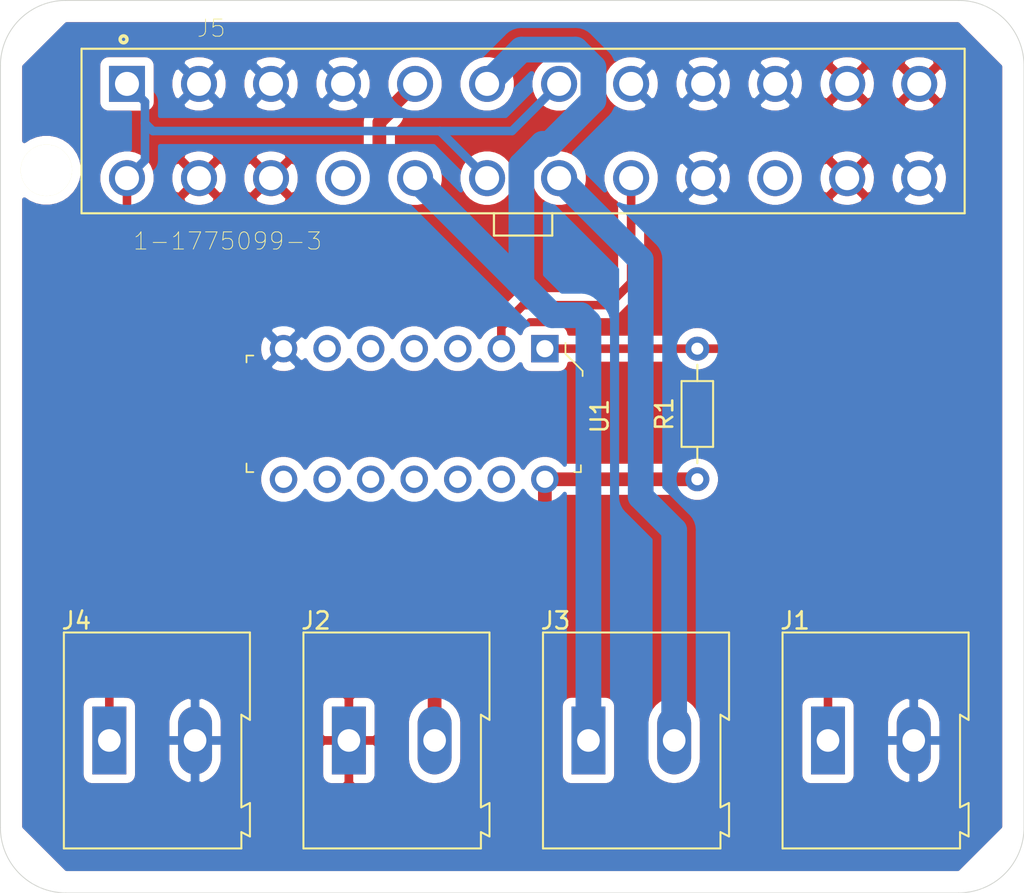
<source format=kicad_pcb>
(kicad_pcb (version 20171130) (host pcbnew "(5.1.2-1)-1")

  (general
    (thickness 1.6)
    (drawings 8)
    (tracks 59)
    (zones 0)
    (modules 7)
    (nets 21)
  )

  (page A4)
  (layers
    (0 F.Cu signal)
    (31 B.Cu signal)
    (32 B.Adhes user)
    (33 F.Adhes user)
    (34 B.Paste user)
    (35 F.Paste user)
    (36 B.SilkS user)
    (37 F.SilkS user)
    (38 B.Mask user)
    (39 F.Mask user)
    (40 Dwgs.User user)
    (41 Cmts.User user)
    (42 Eco1.User user)
    (43 Eco2.User user)
    (44 Edge.Cuts user)
    (45 Margin user)
    (46 B.CrtYd user)
    (47 F.CrtYd user)
    (48 B.Fab user)
    (49 F.Fab user)
  )

  (setup
    (last_trace_width 0.5)
    (trace_clearance 0.2)
    (zone_clearance 0.508)
    (zone_45_only no)
    (trace_min 0.2)
    (via_size 0.8)
    (via_drill 0.4)
    (via_min_size 0.4)
    (via_min_drill 0.3)
    (uvia_size 0.3)
    (uvia_drill 0.1)
    (uvias_allowed no)
    (uvia_min_size 0.2)
    (uvia_min_drill 0.1)
    (edge_width 0.05)
    (segment_width 0.2)
    (pcb_text_width 0.3)
    (pcb_text_size 1.5 1.5)
    (mod_edge_width 0.12)
    (mod_text_size 1 1)
    (mod_text_width 0.15)
    (pad_size 1.524 1.524)
    (pad_drill 0.762)
    (pad_to_mask_clearance 0.051)
    (solder_mask_min_width 0.25)
    (aux_axis_origin 0 0)
    (visible_elements FFFFFF7F)
    (pcbplotparams
      (layerselection 0x010fc_ffffffff)
      (usegerberextensions false)
      (usegerberattributes false)
      (usegerberadvancedattributes false)
      (creategerberjobfile false)
      (excludeedgelayer true)
      (linewidth 0.100000)
      (plotframeref false)
      (viasonmask false)
      (mode 1)
      (useauxorigin false)
      (hpglpennumber 1)
      (hpglpenspeed 20)
      (hpglpendiameter 15.000000)
      (psnegative false)
      (psa4output false)
      (plotreference true)
      (plotvalue true)
      (plotinvisibletext false)
      (padsonsilk false)
      (subtractmaskfromsilk false)
      (outputformat 1)
      (mirror false)
      (drillshape 1)
      (scaleselection 1)
      (outputdirectory ""))
  )

  (net 0 "")
  (net 1 GND)
  (net 2 X68_PWR_On)
  (net 3 +5vSB)
  (net 4 +5V)
  (net 5 +12V)
  (net 6 -12V)
  (net 7 +3V3)
  (net 8 "Net-(J5-Pad8)")
  (net 9 ATX_PWR_On)
  (net 10 "Net-(J5-Pad20)")
  (net 11 "Net-(U1-Pad3)")
  (net 12 "Net-(U1-Pad4)")
  (net 13 "Net-(U1-Pad5)")
  (net 14 "Net-(U1-Pad6)")
  (net 15 "Net-(U1-Pad8)")
  (net 16 "Net-(U1-Pad9)")
  (net 17 "Net-(U1-Pad10)")
  (net 18 "Net-(U1-Pad11)")
  (net 19 "Net-(U1-Pad12)")
  (net 20 "Net-(U1-Pad13)")

  (net_class Default "This is the default net class."
    (clearance 0.2)
    (trace_width 0.5)
    (via_dia 0.8)
    (via_drill 0.4)
    (uvia_dia 0.3)
    (uvia_drill 0.1)
    (add_net ATX_PWR_On)
    (add_net GND)
    (add_net "Net-(J5-Pad20)")
    (add_net "Net-(J5-Pad8)")
    (add_net "Net-(U1-Pad10)")
    (add_net "Net-(U1-Pad11)")
    (add_net "Net-(U1-Pad12)")
    (add_net "Net-(U1-Pad13)")
    (add_net "Net-(U1-Pad3)")
    (add_net "Net-(U1-Pad4)")
    (add_net "Net-(U1-Pad5)")
    (add_net "Net-(U1-Pad6)")
    (add_net "Net-(U1-Pad8)")
    (add_net "Net-(U1-Pad9)")
    (add_net X68_PWR_On)
  )

  (net_class +12v ""
    (clearance 0.2)
    (trace_width 1.5)
    (via_dia 0.8)
    (via_drill 0.4)
    (uvia_dia 0.3)
    (uvia_drill 0.1)
    (add_net +12V)
  )

  (net_class +3,3v ""
    (clearance 0.2)
    (trace_width 0.5)
    (via_dia 0.8)
    (via_drill 0.4)
    (uvia_dia 0.3)
    (uvia_drill 0.1)
    (add_net +3V3)
  )

  (net_class +5v ""
    (clearance 0.2)
    (trace_width 1)
    (via_dia 0.8)
    (via_drill 0.4)
    (uvia_dia 0.3)
    (uvia_drill 0.1)
    (add_net +5V)
  )

  (net_class +5vSB ""
    (clearance 0.2)
    (trace_width 0.8)
    (via_dia 0.8)
    (via_drill 0.4)
    (uvia_dia 0.3)
    (uvia_drill 0.1)
    (add_net +5vSB)
  )

  (net_class -12v ""
    (clearance 0.2)
    (trace_width 1.5)
    (via_dia 0.8)
    (via_drill 0.4)
    (uvia_dia 0.3)
    (uvia_drill 0.1)
    (add_net -12V)
  )

  (module TerminalBlock:TerminalBlock_Altech_AK300-2_P5.00mm (layer F.Cu) (tedit 59FF0306) (tstamp 5CE8081F)
    (at 158.75 119.38)
    (descr "Altech AK300 terminal block, pitch 5.0mm, 45 degree angled, see http://www.mouser.com/ds/2/16/PCBMETRC-24178.pdf")
    (tags "Altech AK300 terminal block pitch 5.0mm")
    (path /5CE8A62C)
    (fp_text reference J1 (at -1.92 -6.99) (layer F.SilkS)
      (effects (font (size 1 1) (thickness 0.15)))
    )
    (fp_text value Screw_Terminal_01x02 (at 2.78 7.75) (layer F.Fab) hide
      (effects (font (size 1 1) (thickness 0.15)))
    )
    (fp_text user %R (at 2.5 -2) (layer F.Fab)
      (effects (font (size 1 1) (thickness 0.15)))
    )
    (fp_line (start -2.65 -6.3) (end -2.65 6.3) (layer F.SilkS) (width 0.12))
    (fp_line (start -2.65 6.3) (end 7.7 6.3) (layer F.SilkS) (width 0.12))
    (fp_line (start 7.7 6.3) (end 7.7 5.35) (layer F.SilkS) (width 0.12))
    (fp_line (start 7.7 5.35) (end 8.2 5.6) (layer F.SilkS) (width 0.12))
    (fp_line (start 8.2 5.6) (end 8.2 3.7) (layer F.SilkS) (width 0.12))
    (fp_line (start 8.2 3.7) (end 8.2 3.65) (layer F.SilkS) (width 0.12))
    (fp_line (start 8.2 3.65) (end 7.7 3.9) (layer F.SilkS) (width 0.12))
    (fp_line (start 7.7 3.9) (end 7.7 -1.5) (layer F.SilkS) (width 0.12))
    (fp_line (start 7.7 -1.5) (end 8.2 -1.2) (layer F.SilkS) (width 0.12))
    (fp_line (start 8.2 -1.2) (end 8.2 -6.3) (layer F.SilkS) (width 0.12))
    (fp_line (start 8.2 -6.3) (end -2.65 -6.3) (layer F.SilkS) (width 0.12))
    (fp_line (start -1.26 2.54) (end 1.28 2.54) (layer F.Fab) (width 0.1))
    (fp_line (start 1.28 2.54) (end 1.28 -0.25) (layer F.Fab) (width 0.1))
    (fp_line (start -1.26 -0.25) (end 1.28 -0.25) (layer F.Fab) (width 0.1))
    (fp_line (start -1.26 2.54) (end -1.26 -0.25) (layer F.Fab) (width 0.1))
    (fp_line (start 3.74 2.54) (end 6.28 2.54) (layer F.Fab) (width 0.1))
    (fp_line (start 6.28 2.54) (end 6.28 -0.25) (layer F.Fab) (width 0.1))
    (fp_line (start 3.74 -0.25) (end 6.28 -0.25) (layer F.Fab) (width 0.1))
    (fp_line (start 3.74 2.54) (end 3.74 -0.25) (layer F.Fab) (width 0.1))
    (fp_line (start 7.61 -6.22) (end 7.61 -3.17) (layer F.Fab) (width 0.1))
    (fp_line (start 7.61 -6.22) (end -2.58 -6.22) (layer F.Fab) (width 0.1))
    (fp_line (start 7.61 -6.22) (end 8.11 -6.22) (layer F.Fab) (width 0.1))
    (fp_line (start 8.11 -6.22) (end 8.11 -1.4) (layer F.Fab) (width 0.1))
    (fp_line (start 8.11 -1.4) (end 7.61 -1.65) (layer F.Fab) (width 0.1))
    (fp_line (start 8.11 5.46) (end 7.61 5.21) (layer F.Fab) (width 0.1))
    (fp_line (start 7.61 5.21) (end 7.61 6.22) (layer F.Fab) (width 0.1))
    (fp_line (start 8.11 3.81) (end 7.61 4.06) (layer F.Fab) (width 0.1))
    (fp_line (start 7.61 4.06) (end 7.61 5.21) (layer F.Fab) (width 0.1))
    (fp_line (start 8.11 3.81) (end 8.11 5.46) (layer F.Fab) (width 0.1))
    (fp_line (start 2.98 6.22) (end 2.98 4.32) (layer F.Fab) (width 0.1))
    (fp_line (start 7.05 -0.25) (end 7.05 4.32) (layer F.Fab) (width 0.1))
    (fp_line (start 2.98 6.22) (end 7.05 6.22) (layer F.Fab) (width 0.1))
    (fp_line (start 7.05 6.22) (end 7.61 6.22) (layer F.Fab) (width 0.1))
    (fp_line (start 2.04 6.22) (end 2.04 4.32) (layer F.Fab) (width 0.1))
    (fp_line (start 2.04 6.22) (end 2.98 6.22) (layer F.Fab) (width 0.1))
    (fp_line (start -2.02 -0.25) (end -2.02 4.32) (layer F.Fab) (width 0.1))
    (fp_line (start -2.58 6.22) (end -2.02 6.22) (layer F.Fab) (width 0.1))
    (fp_line (start -2.02 6.22) (end 2.04 6.22) (layer F.Fab) (width 0.1))
    (fp_line (start 2.98 4.32) (end 7.05 4.32) (layer F.Fab) (width 0.1))
    (fp_line (start 2.98 4.32) (end 2.98 -0.25) (layer F.Fab) (width 0.1))
    (fp_line (start 7.05 4.32) (end 7.05 6.22) (layer F.Fab) (width 0.1))
    (fp_line (start 2.04 4.32) (end -2.02 4.32) (layer F.Fab) (width 0.1))
    (fp_line (start 2.04 4.32) (end 2.04 -0.25) (layer F.Fab) (width 0.1))
    (fp_line (start -2.02 4.32) (end -2.02 6.22) (layer F.Fab) (width 0.1))
    (fp_line (start 6.67 3.68) (end 6.67 0.51) (layer F.Fab) (width 0.1))
    (fp_line (start 6.67 3.68) (end 3.36 3.68) (layer F.Fab) (width 0.1))
    (fp_line (start 3.36 3.68) (end 3.36 0.51) (layer F.Fab) (width 0.1))
    (fp_line (start 1.66 3.68) (end 1.66 0.51) (layer F.Fab) (width 0.1))
    (fp_line (start 1.66 3.68) (end -1.64 3.68) (layer F.Fab) (width 0.1))
    (fp_line (start -1.64 3.68) (end -1.64 0.51) (layer F.Fab) (width 0.1))
    (fp_line (start -1.64 0.51) (end -1.26 0.51) (layer F.Fab) (width 0.1))
    (fp_line (start 1.66 0.51) (end 1.28 0.51) (layer F.Fab) (width 0.1))
    (fp_line (start 3.36 0.51) (end 3.74 0.51) (layer F.Fab) (width 0.1))
    (fp_line (start 6.67 0.51) (end 6.28 0.51) (layer F.Fab) (width 0.1))
    (fp_line (start -2.58 6.22) (end -2.58 -0.64) (layer F.Fab) (width 0.1))
    (fp_line (start -2.58 -0.64) (end -2.58 -3.17) (layer F.Fab) (width 0.1))
    (fp_line (start 7.61 -1.65) (end 7.61 -0.64) (layer F.Fab) (width 0.1))
    (fp_line (start 7.61 -0.64) (end 7.61 4.06) (layer F.Fab) (width 0.1))
    (fp_line (start -2.58 -3.17) (end 7.61 -3.17) (layer F.Fab) (width 0.1))
    (fp_line (start -2.58 -3.17) (end -2.58 -6.22) (layer F.Fab) (width 0.1))
    (fp_line (start 7.61 -3.17) (end 7.61 -1.65) (layer F.Fab) (width 0.1))
    (fp_line (start 2.98 -3.43) (end 2.98 -5.97) (layer F.Fab) (width 0.1))
    (fp_line (start 2.98 -5.97) (end 7.05 -5.97) (layer F.Fab) (width 0.1))
    (fp_line (start 7.05 -5.97) (end 7.05 -3.43) (layer F.Fab) (width 0.1))
    (fp_line (start 7.05 -3.43) (end 2.98 -3.43) (layer F.Fab) (width 0.1))
    (fp_line (start 2.04 -3.43) (end 2.04 -5.97) (layer F.Fab) (width 0.1))
    (fp_line (start 2.04 -3.43) (end -2.02 -3.43) (layer F.Fab) (width 0.1))
    (fp_line (start -2.02 -3.43) (end -2.02 -5.97) (layer F.Fab) (width 0.1))
    (fp_line (start 2.04 -5.97) (end -2.02 -5.97) (layer F.Fab) (width 0.1))
    (fp_line (start 3.39 -4.45) (end 6.44 -5.08) (layer F.Fab) (width 0.1))
    (fp_line (start 3.52 -4.32) (end 6.56 -4.95) (layer F.Fab) (width 0.1))
    (fp_line (start -1.62 -4.45) (end 1.44 -5.08) (layer F.Fab) (width 0.1))
    (fp_line (start -1.49 -4.32) (end 1.56 -4.95) (layer F.Fab) (width 0.1))
    (fp_line (start -2.02 -0.25) (end -1.64 -0.25) (layer F.Fab) (width 0.1))
    (fp_line (start 2.04 -0.25) (end 1.66 -0.25) (layer F.Fab) (width 0.1))
    (fp_line (start 1.66 -0.25) (end -1.64 -0.25) (layer F.Fab) (width 0.1))
    (fp_line (start -2.58 -0.64) (end -1.64 -0.64) (layer F.Fab) (width 0.1))
    (fp_line (start -1.64 -0.64) (end 1.66 -0.64) (layer F.Fab) (width 0.1))
    (fp_line (start 1.66 -0.64) (end 3.36 -0.64) (layer F.Fab) (width 0.1))
    (fp_line (start 7.61 -0.64) (end 6.67 -0.64) (layer F.Fab) (width 0.1))
    (fp_line (start 6.67 -0.64) (end 3.36 -0.64) (layer F.Fab) (width 0.1))
    (fp_line (start 7.05 -0.25) (end 6.67 -0.25) (layer F.Fab) (width 0.1))
    (fp_line (start 2.98 -0.25) (end 3.36 -0.25) (layer F.Fab) (width 0.1))
    (fp_line (start 3.36 -0.25) (end 6.67 -0.25) (layer F.Fab) (width 0.1))
    (fp_line (start -2.83 -6.47) (end 8.36 -6.47) (layer F.CrtYd) (width 0.05))
    (fp_line (start -2.83 -6.47) (end -2.83 6.47) (layer F.CrtYd) (width 0.05))
    (fp_line (start 8.36 6.47) (end 8.36 -6.47) (layer F.CrtYd) (width 0.05))
    (fp_line (start 8.36 6.47) (end -2.83 6.47) (layer F.CrtYd) (width 0.05))
    (fp_arc (start 6.03 -4.59) (end 6.54 -5.05) (angle 90.5) (layer F.Fab) (width 0.1))
    (fp_arc (start 5.07 -6.07) (end 6.53 -4.12) (angle 75.5) (layer F.Fab) (width 0.1))
    (fp_arc (start 4.99 -3.71) (end 3.39 -5) (angle 100) (layer F.Fab) (width 0.1))
    (fp_arc (start 3.87 -4.65) (end 3.58 -4.13) (angle 104.2) (layer F.Fab) (width 0.1))
    (fp_arc (start 1.03 -4.59) (end 1.53 -5.05) (angle 90.5) (layer F.Fab) (width 0.1))
    (fp_arc (start 0.06 -6.07) (end 1.53 -4.12) (angle 75.5) (layer F.Fab) (width 0.1))
    (fp_arc (start -0.01 -3.71) (end -1.62 -5) (angle 100) (layer F.Fab) (width 0.1))
    (fp_arc (start -1.13 -4.65) (end -1.42 -4.13) (angle 104.2) (layer F.Fab) (width 0.1))
    (pad 1 thru_hole rect (at 0 0) (size 1.98 3.96) (drill 1.32) (layers *.Cu *.Mask)
      (net 2 X68_PWR_On))
    (pad 2 thru_hole oval (at 5 0) (size 1.98 3.96) (drill 1.32) (layers *.Cu *.Mask)
      (net 1 GND))
    (model ${KISYS3DMOD}/TerminalBlock.3dshapes/TerminalBlock_Altech_AK300-2_P5.00mm.wrl
      (at (xyz 0 0 0))
      (scale (xyz 1 1 1))
      (rotate (xyz 0 0 0))
    )
  )

  (module TerminalBlock:TerminalBlock_Altech_AK300-2_P5.00mm (layer F.Cu) (tedit 59FF0306) (tstamp 5CE80886)
    (at 130.81 119.38)
    (descr "Altech AK300 terminal block, pitch 5.0mm, 45 degree angled, see http://www.mouser.com/ds/2/16/PCBMETRC-24178.pdf")
    (tags "Altech AK300 terminal block pitch 5.0mm")
    (path /5CE88E71)
    (fp_text reference J2 (at -1.92 -6.99) (layer F.SilkS)
      (effects (font (size 1 1) (thickness 0.15)))
    )
    (fp_text value Screw_Terminal_01x02 (at 2.78 7.75) (layer F.Fab) hide
      (effects (font (size 1 1) (thickness 0.15)))
    )
    (fp_text user %R (at 2.5 -2) (layer F.Fab)
      (effects (font (size 1 1) (thickness 0.15)))
    )
    (fp_line (start -2.65 -6.3) (end -2.65 6.3) (layer F.SilkS) (width 0.12))
    (fp_line (start -2.65 6.3) (end 7.7 6.3) (layer F.SilkS) (width 0.12))
    (fp_line (start 7.7 6.3) (end 7.7 5.35) (layer F.SilkS) (width 0.12))
    (fp_line (start 7.7 5.35) (end 8.2 5.6) (layer F.SilkS) (width 0.12))
    (fp_line (start 8.2 5.6) (end 8.2 3.7) (layer F.SilkS) (width 0.12))
    (fp_line (start 8.2 3.7) (end 8.2 3.65) (layer F.SilkS) (width 0.12))
    (fp_line (start 8.2 3.65) (end 7.7 3.9) (layer F.SilkS) (width 0.12))
    (fp_line (start 7.7 3.9) (end 7.7 -1.5) (layer F.SilkS) (width 0.12))
    (fp_line (start 7.7 -1.5) (end 8.2 -1.2) (layer F.SilkS) (width 0.12))
    (fp_line (start 8.2 -1.2) (end 8.2 -6.3) (layer F.SilkS) (width 0.12))
    (fp_line (start 8.2 -6.3) (end -2.65 -6.3) (layer F.SilkS) (width 0.12))
    (fp_line (start -1.26 2.54) (end 1.28 2.54) (layer F.Fab) (width 0.1))
    (fp_line (start 1.28 2.54) (end 1.28 -0.25) (layer F.Fab) (width 0.1))
    (fp_line (start -1.26 -0.25) (end 1.28 -0.25) (layer F.Fab) (width 0.1))
    (fp_line (start -1.26 2.54) (end -1.26 -0.25) (layer F.Fab) (width 0.1))
    (fp_line (start 3.74 2.54) (end 6.28 2.54) (layer F.Fab) (width 0.1))
    (fp_line (start 6.28 2.54) (end 6.28 -0.25) (layer F.Fab) (width 0.1))
    (fp_line (start 3.74 -0.25) (end 6.28 -0.25) (layer F.Fab) (width 0.1))
    (fp_line (start 3.74 2.54) (end 3.74 -0.25) (layer F.Fab) (width 0.1))
    (fp_line (start 7.61 -6.22) (end 7.61 -3.17) (layer F.Fab) (width 0.1))
    (fp_line (start 7.61 -6.22) (end -2.58 -6.22) (layer F.Fab) (width 0.1))
    (fp_line (start 7.61 -6.22) (end 8.11 -6.22) (layer F.Fab) (width 0.1))
    (fp_line (start 8.11 -6.22) (end 8.11 -1.4) (layer F.Fab) (width 0.1))
    (fp_line (start 8.11 -1.4) (end 7.61 -1.65) (layer F.Fab) (width 0.1))
    (fp_line (start 8.11 5.46) (end 7.61 5.21) (layer F.Fab) (width 0.1))
    (fp_line (start 7.61 5.21) (end 7.61 6.22) (layer F.Fab) (width 0.1))
    (fp_line (start 8.11 3.81) (end 7.61 4.06) (layer F.Fab) (width 0.1))
    (fp_line (start 7.61 4.06) (end 7.61 5.21) (layer F.Fab) (width 0.1))
    (fp_line (start 8.11 3.81) (end 8.11 5.46) (layer F.Fab) (width 0.1))
    (fp_line (start 2.98 6.22) (end 2.98 4.32) (layer F.Fab) (width 0.1))
    (fp_line (start 7.05 -0.25) (end 7.05 4.32) (layer F.Fab) (width 0.1))
    (fp_line (start 2.98 6.22) (end 7.05 6.22) (layer F.Fab) (width 0.1))
    (fp_line (start 7.05 6.22) (end 7.61 6.22) (layer F.Fab) (width 0.1))
    (fp_line (start 2.04 6.22) (end 2.04 4.32) (layer F.Fab) (width 0.1))
    (fp_line (start 2.04 6.22) (end 2.98 6.22) (layer F.Fab) (width 0.1))
    (fp_line (start -2.02 -0.25) (end -2.02 4.32) (layer F.Fab) (width 0.1))
    (fp_line (start -2.58 6.22) (end -2.02 6.22) (layer F.Fab) (width 0.1))
    (fp_line (start -2.02 6.22) (end 2.04 6.22) (layer F.Fab) (width 0.1))
    (fp_line (start 2.98 4.32) (end 7.05 4.32) (layer F.Fab) (width 0.1))
    (fp_line (start 2.98 4.32) (end 2.98 -0.25) (layer F.Fab) (width 0.1))
    (fp_line (start 7.05 4.32) (end 7.05 6.22) (layer F.Fab) (width 0.1))
    (fp_line (start 2.04 4.32) (end -2.02 4.32) (layer F.Fab) (width 0.1))
    (fp_line (start 2.04 4.32) (end 2.04 -0.25) (layer F.Fab) (width 0.1))
    (fp_line (start -2.02 4.32) (end -2.02 6.22) (layer F.Fab) (width 0.1))
    (fp_line (start 6.67 3.68) (end 6.67 0.51) (layer F.Fab) (width 0.1))
    (fp_line (start 6.67 3.68) (end 3.36 3.68) (layer F.Fab) (width 0.1))
    (fp_line (start 3.36 3.68) (end 3.36 0.51) (layer F.Fab) (width 0.1))
    (fp_line (start 1.66 3.68) (end 1.66 0.51) (layer F.Fab) (width 0.1))
    (fp_line (start 1.66 3.68) (end -1.64 3.68) (layer F.Fab) (width 0.1))
    (fp_line (start -1.64 3.68) (end -1.64 0.51) (layer F.Fab) (width 0.1))
    (fp_line (start -1.64 0.51) (end -1.26 0.51) (layer F.Fab) (width 0.1))
    (fp_line (start 1.66 0.51) (end 1.28 0.51) (layer F.Fab) (width 0.1))
    (fp_line (start 3.36 0.51) (end 3.74 0.51) (layer F.Fab) (width 0.1))
    (fp_line (start 6.67 0.51) (end 6.28 0.51) (layer F.Fab) (width 0.1))
    (fp_line (start -2.58 6.22) (end -2.58 -0.64) (layer F.Fab) (width 0.1))
    (fp_line (start -2.58 -0.64) (end -2.58 -3.17) (layer F.Fab) (width 0.1))
    (fp_line (start 7.61 -1.65) (end 7.61 -0.64) (layer F.Fab) (width 0.1))
    (fp_line (start 7.61 -0.64) (end 7.61 4.06) (layer F.Fab) (width 0.1))
    (fp_line (start -2.58 -3.17) (end 7.61 -3.17) (layer F.Fab) (width 0.1))
    (fp_line (start -2.58 -3.17) (end -2.58 -6.22) (layer F.Fab) (width 0.1))
    (fp_line (start 7.61 -3.17) (end 7.61 -1.65) (layer F.Fab) (width 0.1))
    (fp_line (start 2.98 -3.43) (end 2.98 -5.97) (layer F.Fab) (width 0.1))
    (fp_line (start 2.98 -5.97) (end 7.05 -5.97) (layer F.Fab) (width 0.1))
    (fp_line (start 7.05 -5.97) (end 7.05 -3.43) (layer F.Fab) (width 0.1))
    (fp_line (start 7.05 -3.43) (end 2.98 -3.43) (layer F.Fab) (width 0.1))
    (fp_line (start 2.04 -3.43) (end 2.04 -5.97) (layer F.Fab) (width 0.1))
    (fp_line (start 2.04 -3.43) (end -2.02 -3.43) (layer F.Fab) (width 0.1))
    (fp_line (start -2.02 -3.43) (end -2.02 -5.97) (layer F.Fab) (width 0.1))
    (fp_line (start 2.04 -5.97) (end -2.02 -5.97) (layer F.Fab) (width 0.1))
    (fp_line (start 3.39 -4.45) (end 6.44 -5.08) (layer F.Fab) (width 0.1))
    (fp_line (start 3.52 -4.32) (end 6.56 -4.95) (layer F.Fab) (width 0.1))
    (fp_line (start -1.62 -4.45) (end 1.44 -5.08) (layer F.Fab) (width 0.1))
    (fp_line (start -1.49 -4.32) (end 1.56 -4.95) (layer F.Fab) (width 0.1))
    (fp_line (start -2.02 -0.25) (end -1.64 -0.25) (layer F.Fab) (width 0.1))
    (fp_line (start 2.04 -0.25) (end 1.66 -0.25) (layer F.Fab) (width 0.1))
    (fp_line (start 1.66 -0.25) (end -1.64 -0.25) (layer F.Fab) (width 0.1))
    (fp_line (start -2.58 -0.64) (end -1.64 -0.64) (layer F.Fab) (width 0.1))
    (fp_line (start -1.64 -0.64) (end 1.66 -0.64) (layer F.Fab) (width 0.1))
    (fp_line (start 1.66 -0.64) (end 3.36 -0.64) (layer F.Fab) (width 0.1))
    (fp_line (start 7.61 -0.64) (end 6.67 -0.64) (layer F.Fab) (width 0.1))
    (fp_line (start 6.67 -0.64) (end 3.36 -0.64) (layer F.Fab) (width 0.1))
    (fp_line (start 7.05 -0.25) (end 6.67 -0.25) (layer F.Fab) (width 0.1))
    (fp_line (start 2.98 -0.25) (end 3.36 -0.25) (layer F.Fab) (width 0.1))
    (fp_line (start 3.36 -0.25) (end 6.67 -0.25) (layer F.Fab) (width 0.1))
    (fp_line (start -2.83 -6.47) (end 8.36 -6.47) (layer F.CrtYd) (width 0.05))
    (fp_line (start -2.83 -6.47) (end -2.83 6.47) (layer F.CrtYd) (width 0.05))
    (fp_line (start 8.36 6.47) (end 8.36 -6.47) (layer F.CrtYd) (width 0.05))
    (fp_line (start 8.36 6.47) (end -2.83 6.47) (layer F.CrtYd) (width 0.05))
    (fp_arc (start 6.03 -4.59) (end 6.54 -5.05) (angle 90.5) (layer F.Fab) (width 0.1))
    (fp_arc (start 5.07 -6.07) (end 6.53 -4.12) (angle 75.5) (layer F.Fab) (width 0.1))
    (fp_arc (start 4.99 -3.71) (end 3.39 -5) (angle 100) (layer F.Fab) (width 0.1))
    (fp_arc (start 3.87 -4.65) (end 3.58 -4.13) (angle 104.2) (layer F.Fab) (width 0.1))
    (fp_arc (start 1.03 -4.59) (end 1.53 -5.05) (angle 90.5) (layer F.Fab) (width 0.1))
    (fp_arc (start 0.06 -6.07) (end 1.53 -4.12) (angle 75.5) (layer F.Fab) (width 0.1))
    (fp_arc (start -0.01 -3.71) (end -1.62 -5) (angle 100) (layer F.Fab) (width 0.1))
    (fp_arc (start -1.13 -4.65) (end -1.42 -4.13) (angle 104.2) (layer F.Fab) (width 0.1))
    (pad 1 thru_hole rect (at 0 0) (size 1.98 3.96) (drill 1.32) (layers *.Cu *.Mask)
      (net 4 +5V))
    (pad 2 thru_hole oval (at 5 0) (size 1.98 3.96) (drill 1.32) (layers *.Cu *.Mask)
      (net 3 +5vSB))
    (model ${KISYS3DMOD}/TerminalBlock.3dshapes/TerminalBlock_Altech_AK300-2_P5.00mm.wrl
      (at (xyz 0 0 0))
      (scale (xyz 1 1 1))
      (rotate (xyz 0 0 0))
    )
  )

  (module TerminalBlock:TerminalBlock_Altech_AK300-2_P5.00mm (layer F.Cu) (tedit 59FF0306) (tstamp 5CE808ED)
    (at 144.78 119.38)
    (descr "Altech AK300 terminal block, pitch 5.0mm, 45 degree angled, see http://www.mouser.com/ds/2/16/PCBMETRC-24178.pdf")
    (tags "Altech AK300 terminal block pitch 5.0mm")
    (path /5CE868FA)
    (fp_text reference J3 (at -1.92 -6.99) (layer F.SilkS)
      (effects (font (size 1 1) (thickness 0.15)))
    )
    (fp_text value Screw_Terminal_01x02 (at 2.78 7.75) (layer F.Fab) hide
      (effects (font (size 1 1) (thickness 0.15)))
    )
    (fp_arc (start -1.13 -4.65) (end -1.42 -4.13) (angle 104.2) (layer F.Fab) (width 0.1))
    (fp_arc (start -0.01 -3.71) (end -1.62 -5) (angle 100) (layer F.Fab) (width 0.1))
    (fp_arc (start 0.06 -6.07) (end 1.53 -4.12) (angle 75.5) (layer F.Fab) (width 0.1))
    (fp_arc (start 1.03 -4.59) (end 1.53 -5.05) (angle 90.5) (layer F.Fab) (width 0.1))
    (fp_arc (start 3.87 -4.65) (end 3.58 -4.13) (angle 104.2) (layer F.Fab) (width 0.1))
    (fp_arc (start 4.99 -3.71) (end 3.39 -5) (angle 100) (layer F.Fab) (width 0.1))
    (fp_arc (start 5.07 -6.07) (end 6.53 -4.12) (angle 75.5) (layer F.Fab) (width 0.1))
    (fp_arc (start 6.03 -4.59) (end 6.54 -5.05) (angle 90.5) (layer F.Fab) (width 0.1))
    (fp_line (start 8.36 6.47) (end -2.83 6.47) (layer F.CrtYd) (width 0.05))
    (fp_line (start 8.36 6.47) (end 8.36 -6.47) (layer F.CrtYd) (width 0.05))
    (fp_line (start -2.83 -6.47) (end -2.83 6.47) (layer F.CrtYd) (width 0.05))
    (fp_line (start -2.83 -6.47) (end 8.36 -6.47) (layer F.CrtYd) (width 0.05))
    (fp_line (start 3.36 -0.25) (end 6.67 -0.25) (layer F.Fab) (width 0.1))
    (fp_line (start 2.98 -0.25) (end 3.36 -0.25) (layer F.Fab) (width 0.1))
    (fp_line (start 7.05 -0.25) (end 6.67 -0.25) (layer F.Fab) (width 0.1))
    (fp_line (start 6.67 -0.64) (end 3.36 -0.64) (layer F.Fab) (width 0.1))
    (fp_line (start 7.61 -0.64) (end 6.67 -0.64) (layer F.Fab) (width 0.1))
    (fp_line (start 1.66 -0.64) (end 3.36 -0.64) (layer F.Fab) (width 0.1))
    (fp_line (start -1.64 -0.64) (end 1.66 -0.64) (layer F.Fab) (width 0.1))
    (fp_line (start -2.58 -0.64) (end -1.64 -0.64) (layer F.Fab) (width 0.1))
    (fp_line (start 1.66 -0.25) (end -1.64 -0.25) (layer F.Fab) (width 0.1))
    (fp_line (start 2.04 -0.25) (end 1.66 -0.25) (layer F.Fab) (width 0.1))
    (fp_line (start -2.02 -0.25) (end -1.64 -0.25) (layer F.Fab) (width 0.1))
    (fp_line (start -1.49 -4.32) (end 1.56 -4.95) (layer F.Fab) (width 0.1))
    (fp_line (start -1.62 -4.45) (end 1.44 -5.08) (layer F.Fab) (width 0.1))
    (fp_line (start 3.52 -4.32) (end 6.56 -4.95) (layer F.Fab) (width 0.1))
    (fp_line (start 3.39 -4.45) (end 6.44 -5.08) (layer F.Fab) (width 0.1))
    (fp_line (start 2.04 -5.97) (end -2.02 -5.97) (layer F.Fab) (width 0.1))
    (fp_line (start -2.02 -3.43) (end -2.02 -5.97) (layer F.Fab) (width 0.1))
    (fp_line (start 2.04 -3.43) (end -2.02 -3.43) (layer F.Fab) (width 0.1))
    (fp_line (start 2.04 -3.43) (end 2.04 -5.97) (layer F.Fab) (width 0.1))
    (fp_line (start 7.05 -3.43) (end 2.98 -3.43) (layer F.Fab) (width 0.1))
    (fp_line (start 7.05 -5.97) (end 7.05 -3.43) (layer F.Fab) (width 0.1))
    (fp_line (start 2.98 -5.97) (end 7.05 -5.97) (layer F.Fab) (width 0.1))
    (fp_line (start 2.98 -3.43) (end 2.98 -5.97) (layer F.Fab) (width 0.1))
    (fp_line (start 7.61 -3.17) (end 7.61 -1.65) (layer F.Fab) (width 0.1))
    (fp_line (start -2.58 -3.17) (end -2.58 -6.22) (layer F.Fab) (width 0.1))
    (fp_line (start -2.58 -3.17) (end 7.61 -3.17) (layer F.Fab) (width 0.1))
    (fp_line (start 7.61 -0.64) (end 7.61 4.06) (layer F.Fab) (width 0.1))
    (fp_line (start 7.61 -1.65) (end 7.61 -0.64) (layer F.Fab) (width 0.1))
    (fp_line (start -2.58 -0.64) (end -2.58 -3.17) (layer F.Fab) (width 0.1))
    (fp_line (start -2.58 6.22) (end -2.58 -0.64) (layer F.Fab) (width 0.1))
    (fp_line (start 6.67 0.51) (end 6.28 0.51) (layer F.Fab) (width 0.1))
    (fp_line (start 3.36 0.51) (end 3.74 0.51) (layer F.Fab) (width 0.1))
    (fp_line (start 1.66 0.51) (end 1.28 0.51) (layer F.Fab) (width 0.1))
    (fp_line (start -1.64 0.51) (end -1.26 0.51) (layer F.Fab) (width 0.1))
    (fp_line (start -1.64 3.68) (end -1.64 0.51) (layer F.Fab) (width 0.1))
    (fp_line (start 1.66 3.68) (end -1.64 3.68) (layer F.Fab) (width 0.1))
    (fp_line (start 1.66 3.68) (end 1.66 0.51) (layer F.Fab) (width 0.1))
    (fp_line (start 3.36 3.68) (end 3.36 0.51) (layer F.Fab) (width 0.1))
    (fp_line (start 6.67 3.68) (end 3.36 3.68) (layer F.Fab) (width 0.1))
    (fp_line (start 6.67 3.68) (end 6.67 0.51) (layer F.Fab) (width 0.1))
    (fp_line (start -2.02 4.32) (end -2.02 6.22) (layer F.Fab) (width 0.1))
    (fp_line (start 2.04 4.32) (end 2.04 -0.25) (layer F.Fab) (width 0.1))
    (fp_line (start 2.04 4.32) (end -2.02 4.32) (layer F.Fab) (width 0.1))
    (fp_line (start 7.05 4.32) (end 7.05 6.22) (layer F.Fab) (width 0.1))
    (fp_line (start 2.98 4.32) (end 2.98 -0.25) (layer F.Fab) (width 0.1))
    (fp_line (start 2.98 4.32) (end 7.05 4.32) (layer F.Fab) (width 0.1))
    (fp_line (start -2.02 6.22) (end 2.04 6.22) (layer F.Fab) (width 0.1))
    (fp_line (start -2.58 6.22) (end -2.02 6.22) (layer F.Fab) (width 0.1))
    (fp_line (start -2.02 -0.25) (end -2.02 4.32) (layer F.Fab) (width 0.1))
    (fp_line (start 2.04 6.22) (end 2.98 6.22) (layer F.Fab) (width 0.1))
    (fp_line (start 2.04 6.22) (end 2.04 4.32) (layer F.Fab) (width 0.1))
    (fp_line (start 7.05 6.22) (end 7.61 6.22) (layer F.Fab) (width 0.1))
    (fp_line (start 2.98 6.22) (end 7.05 6.22) (layer F.Fab) (width 0.1))
    (fp_line (start 7.05 -0.25) (end 7.05 4.32) (layer F.Fab) (width 0.1))
    (fp_line (start 2.98 6.22) (end 2.98 4.32) (layer F.Fab) (width 0.1))
    (fp_line (start 8.11 3.81) (end 8.11 5.46) (layer F.Fab) (width 0.1))
    (fp_line (start 7.61 4.06) (end 7.61 5.21) (layer F.Fab) (width 0.1))
    (fp_line (start 8.11 3.81) (end 7.61 4.06) (layer F.Fab) (width 0.1))
    (fp_line (start 7.61 5.21) (end 7.61 6.22) (layer F.Fab) (width 0.1))
    (fp_line (start 8.11 5.46) (end 7.61 5.21) (layer F.Fab) (width 0.1))
    (fp_line (start 8.11 -1.4) (end 7.61 -1.65) (layer F.Fab) (width 0.1))
    (fp_line (start 8.11 -6.22) (end 8.11 -1.4) (layer F.Fab) (width 0.1))
    (fp_line (start 7.61 -6.22) (end 8.11 -6.22) (layer F.Fab) (width 0.1))
    (fp_line (start 7.61 -6.22) (end -2.58 -6.22) (layer F.Fab) (width 0.1))
    (fp_line (start 7.61 -6.22) (end 7.61 -3.17) (layer F.Fab) (width 0.1))
    (fp_line (start 3.74 2.54) (end 3.74 -0.25) (layer F.Fab) (width 0.1))
    (fp_line (start 3.74 -0.25) (end 6.28 -0.25) (layer F.Fab) (width 0.1))
    (fp_line (start 6.28 2.54) (end 6.28 -0.25) (layer F.Fab) (width 0.1))
    (fp_line (start 3.74 2.54) (end 6.28 2.54) (layer F.Fab) (width 0.1))
    (fp_line (start -1.26 2.54) (end -1.26 -0.25) (layer F.Fab) (width 0.1))
    (fp_line (start -1.26 -0.25) (end 1.28 -0.25) (layer F.Fab) (width 0.1))
    (fp_line (start 1.28 2.54) (end 1.28 -0.25) (layer F.Fab) (width 0.1))
    (fp_line (start -1.26 2.54) (end 1.28 2.54) (layer F.Fab) (width 0.1))
    (fp_line (start 8.2 -6.3) (end -2.65 -6.3) (layer F.SilkS) (width 0.12))
    (fp_line (start 8.2 -1.2) (end 8.2 -6.3) (layer F.SilkS) (width 0.12))
    (fp_line (start 7.7 -1.5) (end 8.2 -1.2) (layer F.SilkS) (width 0.12))
    (fp_line (start 7.7 3.9) (end 7.7 -1.5) (layer F.SilkS) (width 0.12))
    (fp_line (start 8.2 3.65) (end 7.7 3.9) (layer F.SilkS) (width 0.12))
    (fp_line (start 8.2 3.7) (end 8.2 3.65) (layer F.SilkS) (width 0.12))
    (fp_line (start 8.2 5.6) (end 8.2 3.7) (layer F.SilkS) (width 0.12))
    (fp_line (start 7.7 5.35) (end 8.2 5.6) (layer F.SilkS) (width 0.12))
    (fp_line (start 7.7 6.3) (end 7.7 5.35) (layer F.SilkS) (width 0.12))
    (fp_line (start -2.65 6.3) (end 7.7 6.3) (layer F.SilkS) (width 0.12))
    (fp_line (start -2.65 -6.3) (end -2.65 6.3) (layer F.SilkS) (width 0.12))
    (fp_text user %R (at 2.5 -2) (layer F.Fab)
      (effects (font (size 1 1) (thickness 0.15)))
    )
    (pad 2 thru_hole oval (at 5 0) (size 1.98 3.96) (drill 1.32) (layers *.Cu *.Mask)
      (net 6 -12V))
    (pad 1 thru_hole rect (at 0 0) (size 1.98 3.96) (drill 1.32) (layers *.Cu *.Mask)
      (net 5 +12V))
    (model ${KISYS3DMOD}/TerminalBlock.3dshapes/TerminalBlock_Altech_AK300-2_P5.00mm.wrl
      (at (xyz 0 0 0))
      (scale (xyz 1 1 1))
      (rotate (xyz 0 0 0))
    )
  )

  (module TerminalBlock:TerminalBlock_Altech_AK300-2_P5.00mm (layer F.Cu) (tedit 59FF0306) (tstamp 5CE82751)
    (at 116.84 119.38)
    (descr "Altech AK300 terminal block, pitch 5.0mm, 45 degree angled, see http://www.mouser.com/ds/2/16/PCBMETRC-24178.pdf")
    (tags "Altech AK300 terminal block pitch 5.0mm")
    (path /5CE89BDD)
    (fp_text reference J4 (at -1.92 -6.99) (layer F.SilkS)
      (effects (font (size 1 1) (thickness 0.15)))
    )
    (fp_text value Screw_Terminal_01x02 (at 2.78 7.75) (layer F.Fab) hide
      (effects (font (size 1 1) (thickness 0.15)))
    )
    (fp_arc (start -1.13 -4.65) (end -1.42 -4.13) (angle 104.2) (layer F.Fab) (width 0.1))
    (fp_arc (start -0.01 -3.71) (end -1.62 -5) (angle 100) (layer F.Fab) (width 0.1))
    (fp_arc (start 0.06 -6.07) (end 1.53 -4.12) (angle 75.5) (layer F.Fab) (width 0.1))
    (fp_arc (start 1.03 -4.59) (end 1.53 -5.05) (angle 90.5) (layer F.Fab) (width 0.1))
    (fp_arc (start 3.87 -4.65) (end 3.58 -4.13) (angle 104.2) (layer F.Fab) (width 0.1))
    (fp_arc (start 4.99 -3.71) (end 3.39 -5) (angle 100) (layer F.Fab) (width 0.1))
    (fp_arc (start 5.07 -6.07) (end 6.53 -4.12) (angle 75.5) (layer F.Fab) (width 0.1))
    (fp_arc (start 6.03 -4.59) (end 6.54 -5.05) (angle 90.5) (layer F.Fab) (width 0.1))
    (fp_line (start 8.36 6.47) (end -2.83 6.47) (layer F.CrtYd) (width 0.05))
    (fp_line (start 8.36 6.47) (end 8.36 -6.47) (layer F.CrtYd) (width 0.05))
    (fp_line (start -2.83 -6.47) (end -2.83 6.47) (layer F.CrtYd) (width 0.05))
    (fp_line (start -2.83 -6.47) (end 8.36 -6.47) (layer F.CrtYd) (width 0.05))
    (fp_line (start 3.36 -0.25) (end 6.67 -0.25) (layer F.Fab) (width 0.1))
    (fp_line (start 2.98 -0.25) (end 3.36 -0.25) (layer F.Fab) (width 0.1))
    (fp_line (start 7.05 -0.25) (end 6.67 -0.25) (layer F.Fab) (width 0.1))
    (fp_line (start 6.67 -0.64) (end 3.36 -0.64) (layer F.Fab) (width 0.1))
    (fp_line (start 7.61 -0.64) (end 6.67 -0.64) (layer F.Fab) (width 0.1))
    (fp_line (start 1.66 -0.64) (end 3.36 -0.64) (layer F.Fab) (width 0.1))
    (fp_line (start -1.64 -0.64) (end 1.66 -0.64) (layer F.Fab) (width 0.1))
    (fp_line (start -2.58 -0.64) (end -1.64 -0.64) (layer F.Fab) (width 0.1))
    (fp_line (start 1.66 -0.25) (end -1.64 -0.25) (layer F.Fab) (width 0.1))
    (fp_line (start 2.04 -0.25) (end 1.66 -0.25) (layer F.Fab) (width 0.1))
    (fp_line (start -2.02 -0.25) (end -1.64 -0.25) (layer F.Fab) (width 0.1))
    (fp_line (start -1.49 -4.32) (end 1.56 -4.95) (layer F.Fab) (width 0.1))
    (fp_line (start -1.62 -4.45) (end 1.44 -5.08) (layer F.Fab) (width 0.1))
    (fp_line (start 3.52 -4.32) (end 6.56 -4.95) (layer F.Fab) (width 0.1))
    (fp_line (start 3.39 -4.45) (end 6.44 -5.08) (layer F.Fab) (width 0.1))
    (fp_line (start 2.04 -5.97) (end -2.02 -5.97) (layer F.Fab) (width 0.1))
    (fp_line (start -2.02 -3.43) (end -2.02 -5.97) (layer F.Fab) (width 0.1))
    (fp_line (start 2.04 -3.43) (end -2.02 -3.43) (layer F.Fab) (width 0.1))
    (fp_line (start 2.04 -3.43) (end 2.04 -5.97) (layer F.Fab) (width 0.1))
    (fp_line (start 7.05 -3.43) (end 2.98 -3.43) (layer F.Fab) (width 0.1))
    (fp_line (start 7.05 -5.97) (end 7.05 -3.43) (layer F.Fab) (width 0.1))
    (fp_line (start 2.98 -5.97) (end 7.05 -5.97) (layer F.Fab) (width 0.1))
    (fp_line (start 2.98 -3.43) (end 2.98 -5.97) (layer F.Fab) (width 0.1))
    (fp_line (start 7.61 -3.17) (end 7.61 -1.65) (layer F.Fab) (width 0.1))
    (fp_line (start -2.58 -3.17) (end -2.58 -6.22) (layer F.Fab) (width 0.1))
    (fp_line (start -2.58 -3.17) (end 7.61 -3.17) (layer F.Fab) (width 0.1))
    (fp_line (start 7.61 -0.64) (end 7.61 4.06) (layer F.Fab) (width 0.1))
    (fp_line (start 7.61 -1.65) (end 7.61 -0.64) (layer F.Fab) (width 0.1))
    (fp_line (start -2.58 -0.64) (end -2.58 -3.17) (layer F.Fab) (width 0.1))
    (fp_line (start -2.58 6.22) (end -2.58 -0.64) (layer F.Fab) (width 0.1))
    (fp_line (start 6.67 0.51) (end 6.28 0.51) (layer F.Fab) (width 0.1))
    (fp_line (start 3.36 0.51) (end 3.74 0.51) (layer F.Fab) (width 0.1))
    (fp_line (start 1.66 0.51) (end 1.28 0.51) (layer F.Fab) (width 0.1))
    (fp_line (start -1.64 0.51) (end -1.26 0.51) (layer F.Fab) (width 0.1))
    (fp_line (start -1.64 3.68) (end -1.64 0.51) (layer F.Fab) (width 0.1))
    (fp_line (start 1.66 3.68) (end -1.64 3.68) (layer F.Fab) (width 0.1))
    (fp_line (start 1.66 3.68) (end 1.66 0.51) (layer F.Fab) (width 0.1))
    (fp_line (start 3.36 3.68) (end 3.36 0.51) (layer F.Fab) (width 0.1))
    (fp_line (start 6.67 3.68) (end 3.36 3.68) (layer F.Fab) (width 0.1))
    (fp_line (start 6.67 3.68) (end 6.67 0.51) (layer F.Fab) (width 0.1))
    (fp_line (start -2.02 4.32) (end -2.02 6.22) (layer F.Fab) (width 0.1))
    (fp_line (start 2.04 4.32) (end 2.04 -0.25) (layer F.Fab) (width 0.1))
    (fp_line (start 2.04 4.32) (end -2.02 4.32) (layer F.Fab) (width 0.1))
    (fp_line (start 7.05 4.32) (end 7.05 6.22) (layer F.Fab) (width 0.1))
    (fp_line (start 2.98 4.32) (end 2.98 -0.25) (layer F.Fab) (width 0.1))
    (fp_line (start 2.98 4.32) (end 7.05 4.32) (layer F.Fab) (width 0.1))
    (fp_line (start -2.02 6.22) (end 2.04 6.22) (layer F.Fab) (width 0.1))
    (fp_line (start -2.58 6.22) (end -2.02 6.22) (layer F.Fab) (width 0.1))
    (fp_line (start -2.02 -0.25) (end -2.02 4.32) (layer F.Fab) (width 0.1))
    (fp_line (start 2.04 6.22) (end 2.98 6.22) (layer F.Fab) (width 0.1))
    (fp_line (start 2.04 6.22) (end 2.04 4.32) (layer F.Fab) (width 0.1))
    (fp_line (start 7.05 6.22) (end 7.61 6.22) (layer F.Fab) (width 0.1))
    (fp_line (start 2.98 6.22) (end 7.05 6.22) (layer F.Fab) (width 0.1))
    (fp_line (start 7.05 -0.25) (end 7.05 4.32) (layer F.Fab) (width 0.1))
    (fp_line (start 2.98 6.22) (end 2.98 4.32) (layer F.Fab) (width 0.1))
    (fp_line (start 8.11 3.81) (end 8.11 5.46) (layer F.Fab) (width 0.1))
    (fp_line (start 7.61 4.06) (end 7.61 5.21) (layer F.Fab) (width 0.1))
    (fp_line (start 8.11 3.81) (end 7.61 4.06) (layer F.Fab) (width 0.1))
    (fp_line (start 7.61 5.21) (end 7.61 6.22) (layer F.Fab) (width 0.1))
    (fp_line (start 8.11 5.46) (end 7.61 5.21) (layer F.Fab) (width 0.1))
    (fp_line (start 8.11 -1.4) (end 7.61 -1.65) (layer F.Fab) (width 0.1))
    (fp_line (start 8.11 -6.22) (end 8.11 -1.4) (layer F.Fab) (width 0.1))
    (fp_line (start 7.61 -6.22) (end 8.11 -6.22) (layer F.Fab) (width 0.1))
    (fp_line (start 7.61 -6.22) (end -2.58 -6.22) (layer F.Fab) (width 0.1))
    (fp_line (start 7.61 -6.22) (end 7.61 -3.17) (layer F.Fab) (width 0.1))
    (fp_line (start 3.74 2.54) (end 3.74 -0.25) (layer F.Fab) (width 0.1))
    (fp_line (start 3.74 -0.25) (end 6.28 -0.25) (layer F.Fab) (width 0.1))
    (fp_line (start 6.28 2.54) (end 6.28 -0.25) (layer F.Fab) (width 0.1))
    (fp_line (start 3.74 2.54) (end 6.28 2.54) (layer F.Fab) (width 0.1))
    (fp_line (start -1.26 2.54) (end -1.26 -0.25) (layer F.Fab) (width 0.1))
    (fp_line (start -1.26 -0.25) (end 1.28 -0.25) (layer F.Fab) (width 0.1))
    (fp_line (start 1.28 2.54) (end 1.28 -0.25) (layer F.Fab) (width 0.1))
    (fp_line (start -1.26 2.54) (end 1.28 2.54) (layer F.Fab) (width 0.1))
    (fp_line (start 8.2 -6.3) (end -2.65 -6.3) (layer F.SilkS) (width 0.12))
    (fp_line (start 8.2 -1.2) (end 8.2 -6.3) (layer F.SilkS) (width 0.12))
    (fp_line (start 7.7 -1.5) (end 8.2 -1.2) (layer F.SilkS) (width 0.12))
    (fp_line (start 7.7 3.9) (end 7.7 -1.5) (layer F.SilkS) (width 0.12))
    (fp_line (start 8.2 3.65) (end 7.7 3.9) (layer F.SilkS) (width 0.12))
    (fp_line (start 8.2 3.7) (end 8.2 3.65) (layer F.SilkS) (width 0.12))
    (fp_line (start 8.2 5.6) (end 8.2 3.7) (layer F.SilkS) (width 0.12))
    (fp_line (start 7.7 5.35) (end 8.2 5.6) (layer F.SilkS) (width 0.12))
    (fp_line (start 7.7 6.3) (end 7.7 5.35) (layer F.SilkS) (width 0.12))
    (fp_line (start -2.65 6.3) (end 7.7 6.3) (layer F.SilkS) (width 0.12))
    (fp_line (start -2.65 -6.3) (end -2.65 6.3) (layer F.SilkS) (width 0.12))
    (fp_text user %R (at 2.5 -2) (layer F.Fab)
      (effects (font (size 1 1) (thickness 0.15)))
    )
    (pad 2 thru_hole oval (at 5 0) (size 1.98 3.96) (drill 1.32) (layers *.Cu *.Mask)
      (net 1 GND))
    (pad 1 thru_hole rect (at 0 0) (size 1.98 3.96) (drill 1.32) (layers *.Cu *.Mask)
      (net 7 +3V3))
    (model ${KISYS3DMOD}/TerminalBlock.3dshapes/TerminalBlock_Altech_AK300-2_P5.00mm.wrl
      (at (xyz 0 0 0))
      (scale (xyz 1 1 1))
      (rotate (xyz 0 0 0))
    )
  )

  (module Connector_TE-Connectivity:TE_1-1775099-3 (layer F.Cu) (tedit 0) (tstamp 5CE80991)
    (at 140.97 83.82)
    (path /5CE836E3)
    (fp_text reference J5 (at -18.1837 -5.99281) (layer F.SilkS)
      (effects (font (size 1.00131 1.00131) (thickness 0.05)))
    )
    (fp_text value 1-1775099-3 (at -17.2304 6.42449) (layer F.SilkS)
      (effects (font (size 1.00148 1.00148) (thickness 0.05)))
    )
    (fp_line (start -25.75 -4.8) (end 25.75 -4.8) (layer F.SilkS) (width 0.127))
    (fp_line (start 25.75 -4.8) (end 25.75 4.8) (layer F.SilkS) (width 0.127))
    (fp_line (start 25.75 4.8) (end 1.7 4.8) (layer F.SilkS) (width 0.127))
    (fp_line (start 1.7 4.8) (end -1.7 4.8) (layer F.SilkS) (width 0.127))
    (fp_line (start -1.7 4.8) (end -25.75 4.8) (layer F.SilkS) (width 0.127))
    (fp_line (start -25.75 4.8) (end -25.75 -4.8) (layer F.SilkS) (width 0.127))
    (fp_line (start -1.7 4.8) (end -1.7 6.1) (layer F.SilkS) (width 0.127))
    (fp_line (start -1.7 6.1) (end 1.7 6.1) (layer F.SilkS) (width 0.127))
    (fp_line (start 1.7 6.1) (end 1.7 4.8) (layer F.SilkS) (width 0.127))
    (fp_circle (center -23.3 -5.35) (end -23.1 -5.35) (layer F.SilkS) (width 0.2032))
    (fp_line (start -26 -5.05) (end 26 -5.05) (layer Eco1.User) (width 0.05))
    (fp_line (start 26 -5.05) (end 26 5.05) (layer Eco1.User) (width 0.05))
    (fp_line (start 26 5.05) (end 1.95 5.05) (layer Eco1.User) (width 0.05))
    (fp_line (start 1.95 5.05) (end 1.95 6.35) (layer Eco1.User) (width 0.05))
    (fp_line (start 1.95 6.35) (end -1.95 6.35) (layer Eco1.User) (width 0.05))
    (fp_line (start -1.95 6.35) (end -1.95 5.05) (layer Eco1.User) (width 0.05))
    (fp_line (start -1.95 5.05) (end -26 5.05) (layer Eco1.User) (width 0.05))
    (fp_line (start -29.55 4.04) (end -29.55 0.54) (layer Eco1.User) (width 0.05))
    (fp_line (start -29.55 0.54) (end -26 0.54) (layer Eco1.User) (width 0.05))
    (fp_line (start -26 0.54) (end -26 -5.05) (layer Eco1.User) (width 0.05))
    (fp_line (start -25.75 -4.8) (end 25.75 -4.8) (layer Eco2.User) (width 0.127))
    (fp_line (start 25.75 -4.8) (end 25.75 4.8) (layer Eco2.User) (width 0.127))
    (fp_line (start -25.75 4.8) (end -25.75 -4.8) (layer Eco2.User) (width 0.127))
    (fp_line (start -25.75 4.8) (end -1.7 4.8) (layer Eco2.User) (width 0.127))
    (fp_line (start -1.7 4.8) (end 1.7 4.8) (layer Eco2.User) (width 0.127))
    (fp_line (start 1.7 4.8) (end 25.75 4.8) (layer Eco2.User) (width 0.127))
    (fp_line (start -1.7 4.8) (end -1.7 6.1) (layer Eco2.User) (width 0.127))
    (fp_line (start 1.7 6.1) (end 1.7 4.8) (layer Eco2.User) (width 0.127))
    (fp_line (start -1.7 6.1) (end 1.7 6.1) (layer Eco2.User) (width 0.127))
    (fp_circle (center -23.3 -5.35) (end -23.1 -5.35) (layer Eco2.User) (width 0.2032))
    (fp_line (start -26 5.05) (end -26 4.04) (layer Eco1.User) (width 0.05))
    (fp_line (start -26 4.04) (end -29.55 4.04) (layer Eco1.User) (width 0.05))
    (pad Hole np_thru_hole circle (at -27.8 2.29) (size 3 3) (drill 3) (layers *.Cu *.Mask F.SilkS))
    (pad 1 thru_hole rect (at -23.1 -2.75) (size 2.1 2.1) (drill 1.4) (layers *.Cu *.Mask)
      (net 7 +3V3))
    (pad 2 thru_hole circle (at -23.1 2.75) (size 2.1 2.1) (drill 1.4) (layers *.Cu *.Mask)
      (net 7 +3V3))
    (pad 3 thru_hole circle (at -18.9 -2.75) (size 2.1 2.1) (drill 1.4) (layers *.Cu *.Mask)
      (net 1 GND))
    (pad 4 thru_hole circle (at -18.9 2.75) (size 2.1 2.1) (drill 1.4) (layers *.Cu *.Mask)
      (net 4 +5V))
    (pad 5 thru_hole circle (at -14.7 -2.75) (size 2.1 2.1) (drill 1.4) (layers *.Cu *.Mask)
      (net 1 GND))
    (pad 6 thru_hole circle (at -14.7 2.75) (size 2.1 2.1) (drill 1.4) (layers *.Cu *.Mask)
      (net 4 +5V))
    (pad 7 thru_hole circle (at -10.5 -2.75) (size 2.1 2.1) (drill 1.4) (layers *.Cu *.Mask)
      (net 1 GND))
    (pad 8 thru_hole circle (at -10.5 2.75) (size 2.1 2.1) (drill 1.4) (layers *.Cu *.Mask)
      (net 8 "Net-(J5-Pad8)"))
    (pad 9 thru_hole circle (at -6.3 -2.75) (size 2.1 2.1) (drill 1.4) (layers *.Cu *.Mask)
      (net 3 +5vSB))
    (pad 10 thru_hole circle (at -6.3 2.75) (size 2.1 2.1) (drill 1.4) (layers *.Cu *.Mask)
      (net 5 +12V))
    (pad 11 thru_hole circle (at -2.1 -2.75) (size 2.1 2.1) (drill 1.4) (layers *.Cu *.Mask)
      (net 5 +12V))
    (pad 12 thru_hole circle (at -2.1 2.75) (size 2.1 2.1) (drill 1.4) (layers *.Cu *.Mask)
      (net 7 +3V3))
    (pad 13 thru_hole circle (at 2.1 -2.75) (size 2.1 2.1) (drill 1.4) (layers *.Cu *.Mask)
      (net 7 +3V3))
    (pad 14 thru_hole circle (at 2.1 2.75) (size 2.1 2.1) (drill 1.4) (layers *.Cu *.Mask)
      (net 6 -12V))
    (pad 15 thru_hole circle (at 6.3 -2.75) (size 2.1 2.1) (drill 1.4) (layers *.Cu *.Mask)
      (net 1 GND))
    (pad 16 thru_hole circle (at 6.3 2.75) (size 2.1 2.1) (drill 1.4) (layers *.Cu *.Mask)
      (net 9 ATX_PWR_On))
    (pad 17 thru_hole circle (at 10.5 -2.75) (size 2.1 2.1) (drill 1.4) (layers *.Cu *.Mask)
      (net 1 GND))
    (pad 18 thru_hole circle (at 10.5 2.75) (size 2.1 2.1) (drill 1.4) (layers *.Cu *.Mask)
      (net 1 GND))
    (pad 19 thru_hole circle (at 14.7 -2.75) (size 2.1 2.1) (drill 1.4) (layers *.Cu *.Mask)
      (net 1 GND))
    (pad 20 thru_hole circle (at 14.7 2.75) (size 2.1 2.1) (drill 1.4) (layers *.Cu *.Mask)
      (net 10 "Net-(J5-Pad20)"))
    (pad 21 thru_hole circle (at 18.9 -2.75) (size 2.1 2.1) (drill 1.4) (layers *.Cu *.Mask)
      (net 4 +5V))
    (pad 22 thru_hole circle (at 18.9 2.75) (size 2.1 2.1) (drill 1.4) (layers *.Cu *.Mask)
      (net 4 +5V))
    (pad 23 thru_hole circle (at 23.1 -2.75) (size 2.1 2.1) (drill 1.4) (layers *.Cu *.Mask)
      (net 4 +5V))
    (pad 24 thru_hole circle (at 23.1 2.75) (size 2.1 2.1) (drill 1.4) (layers *.Cu *.Mask)
      (net 1 GND))
  )

  (module Resistor_THT:R_Axial_DIN0204_L3.6mm_D1.6mm_P7.62mm_Horizontal (layer F.Cu) (tedit 5AE5139B) (tstamp 5CE809A8)
    (at 151.13 104.14 90)
    (descr "Resistor, Axial_DIN0204 series, Axial, Horizontal, pin pitch=7.62mm, 0.167W, length*diameter=3.6*1.6mm^2, http://cdn-reichelt.de/documents/datenblatt/B400/1_4W%23YAG.pdf")
    (tags "Resistor Axial_DIN0204 series Axial Horizontal pin pitch 7.62mm 0.167W length 3.6mm diameter 1.6mm")
    (path /5CE84956)
    (fp_text reference R1 (at 3.81 -1.92 90) (layer F.SilkS)
      (effects (font (size 1 1) (thickness 0.15)))
    )
    (fp_text value "R 4.7k" (at 3.81 1.92 90) (layer F.Fab)
      (effects (font (size 1 1) (thickness 0.15)))
    )
    (fp_text user %R (at 3.81 0 90) (layer F.Fab)
      (effects (font (size 0.72 0.72) (thickness 0.108)))
    )
    (fp_line (start 8.57 -1.05) (end -0.95 -1.05) (layer F.CrtYd) (width 0.05))
    (fp_line (start 8.57 1.05) (end 8.57 -1.05) (layer F.CrtYd) (width 0.05))
    (fp_line (start -0.95 1.05) (end 8.57 1.05) (layer F.CrtYd) (width 0.05))
    (fp_line (start -0.95 -1.05) (end -0.95 1.05) (layer F.CrtYd) (width 0.05))
    (fp_line (start 6.68 0) (end 5.73 0) (layer F.SilkS) (width 0.12))
    (fp_line (start 0.94 0) (end 1.89 0) (layer F.SilkS) (width 0.12))
    (fp_line (start 5.73 -0.92) (end 1.89 -0.92) (layer F.SilkS) (width 0.12))
    (fp_line (start 5.73 0.92) (end 5.73 -0.92) (layer F.SilkS) (width 0.12))
    (fp_line (start 1.89 0.92) (end 5.73 0.92) (layer F.SilkS) (width 0.12))
    (fp_line (start 1.89 -0.92) (end 1.89 0.92) (layer F.SilkS) (width 0.12))
    (fp_line (start 7.62 0) (end 5.61 0) (layer F.Fab) (width 0.1))
    (fp_line (start 0 0) (end 2.01 0) (layer F.Fab) (width 0.1))
    (fp_line (start 5.61 -0.8) (end 2.01 -0.8) (layer F.Fab) (width 0.1))
    (fp_line (start 5.61 0.8) (end 5.61 -0.8) (layer F.Fab) (width 0.1))
    (fp_line (start 2.01 0.8) (end 5.61 0.8) (layer F.Fab) (width 0.1))
    (fp_line (start 2.01 -0.8) (end 2.01 0.8) (layer F.Fab) (width 0.1))
    (pad 2 thru_hole oval (at 7.62 0 90) (size 1.4 1.4) (drill 0.7) (layers *.Cu *.Mask)
      (net 2 X68_PWR_On))
    (pad 1 thru_hole circle (at 0 0 90) (size 1.4 1.4) (drill 0.7) (layers *.Cu *.Mask)
      (net 3 +5vSB))
    (model ${KISYS3DMOD}/Resistor_THT.3dshapes/R_Axial_DIN0204_L3.6mm_D1.6mm_P7.62mm_Horizontal.wrl
      (at (xyz 0 0 0))
      (scale (xyz 1 1 1))
      (rotate (xyz 0 0 0))
    )
  )

  (module digikey-footprints:DIP-14_W3mm (layer F.Cu) (tedit 596E717A) (tstamp 5CE809CE)
    (at 142.24 96.52 270)
    (path /5CE7D3C1)
    (fp_text reference U1 (at 3.94 -3.2 90) (layer F.SilkS)
      (effects (font (size 1 1) (thickness 0.15)))
    )
    (fp_text value SN74HC04N (at 3.52 19.09 90) (layer F.Fab)
      (effects (font (size 1 1) (thickness 0.15)))
    )
    (fp_line (start -0.08 -1.2) (end -0.33 -1.2) (layer F.SilkS) (width 0.1))
    (fp_line (start 0.3 -1.2) (end -0.07 -1.2) (layer F.SilkS) (width 0.1))
    (fp_text user REF** (at 3.86 7.77 90) (layer F.Fab)
      (effects (font (size 1 1) (thickness 0.1)))
    )
    (fp_line (start -1.05 -2.25) (end 8.67 -2.25) (layer F.CrtYd) (width 0.1))
    (fp_line (start -1.05 17.55) (end 8.67 17.55) (layer F.CrtYd) (width 0.1))
    (fp_line (start 8.67 17.55) (end 8.67 -2.25) (layer F.CrtYd) (width 0.1))
    (fp_line (start -1.05 -2.25) (end -1.05 17.55) (layer F.CrtYd) (width 0.1))
    (fp_line (start 1.6 -2.2) (end 1.3 -2.2) (layer F.SilkS) (width 0.1))
    (fp_line (start 1.3 -2.2) (end 0.3 -1.2) (layer F.SilkS) (width 0.1))
    (fp_line (start 7.2 -1.7) (end 7.2 -2.1) (layer F.SilkS) (width 0.1))
    (fp_line (start 7.2 -2.1) (end 6.8 -2.1) (layer F.SilkS) (width 0.1))
    (fp_line (start 6.7 17.4) (end 7.2 17.4) (layer F.SilkS) (width 0.1))
    (fp_line (start 7.2 17.4) (end 7.2 17) (layer F.SilkS) (width 0.1))
    (fp_line (start 0.4 17) (end 0.4 17.4) (layer F.SilkS) (width 0.1))
    (fp_line (start 0.4 17.4) (end 0.8 17.4) (layer F.SilkS) (width 0.1))
    (fp_line (start 0.5 -1.1) (end 0.5 17.3) (layer F.Fab) (width 0.1))
    (fp_line (start 1.4 -2) (end 7.1 -2) (layer F.Fab) (width 0.1))
    (fp_line (start 0.5 -1.1) (end 1.4 -2) (layer F.Fab) (width 0.1))
    (fp_line (start 0.5 17.3) (end 7.1 17.3) (layer F.Fab) (width 0.1))
    (fp_line (start 7.1 -2) (end 7.1 17.3) (layer F.Fab) (width 0.1))
    (pad 1 thru_hole rect (at 0 0 270) (size 1.6 1.6) (drill 1) (layers *.Cu *.Mask)
      (net 2 X68_PWR_On))
    (pad 2 thru_hole circle (at 0 2.54 270) (size 1.6 1.6) (drill 1) (layers *.Cu *.Mask)
      (net 9 ATX_PWR_On))
    (pad 3 thru_hole circle (at 0 5.08 270) (size 1.6 1.6) (drill 1) (layers *.Cu *.Mask)
      (net 11 "Net-(U1-Pad3)"))
    (pad 4 thru_hole circle (at 0 7.62 270) (size 1.6 1.6) (drill 1) (layers *.Cu *.Mask)
      (net 12 "Net-(U1-Pad4)"))
    (pad 5 thru_hole circle (at 0 10.16 270) (size 1.6 1.6) (drill 1) (layers *.Cu *.Mask)
      (net 13 "Net-(U1-Pad5)"))
    (pad 6 thru_hole circle (at 0 12.7 270) (size 1.6 1.6) (drill 1) (layers *.Cu *.Mask)
      (net 14 "Net-(U1-Pad6)"))
    (pad 7 thru_hole circle (at 0 15.24 270) (size 1.6 1.6) (drill 1) (layers *.Cu *.Mask)
      (net 1 GND))
    (pad 8 thru_hole circle (at 7.62 15.24 270) (size 1.6 1.6) (drill 1) (layers *.Cu *.Mask)
      (net 15 "Net-(U1-Pad8)"))
    (pad 9 thru_hole circle (at 7.62 12.7 270) (size 1.6 1.6) (drill 1) (layers *.Cu *.Mask)
      (net 16 "Net-(U1-Pad9)"))
    (pad 10 thru_hole circle (at 7.62 10.16 270) (size 1.6 1.6) (drill 1) (layers *.Cu *.Mask)
      (net 17 "Net-(U1-Pad10)"))
    (pad 11 thru_hole circle (at 7.62 7.62 270) (size 1.6 1.6) (drill 1) (layers *.Cu *.Mask)
      (net 18 "Net-(U1-Pad11)"))
    (pad 12 thru_hole circle (at 7.62 5.08 270) (size 1.6 1.6) (drill 1) (layers *.Cu *.Mask)
      (net 19 "Net-(U1-Pad12)"))
    (pad 13 thru_hole circle (at 7.62 2.54 270) (size 1.6 1.6) (drill 1) (layers *.Cu *.Mask)
      (net 20 "Net-(U1-Pad13)"))
    (pad 14 thru_hole circle (at 7.62 0 270) (size 1.6 1.6) (drill 1) (layers *.Cu *.Mask)
      (net 3 +5vSB))
  )

  (gr_arc (start 166.37 124.46) (end 166.37 128.27) (angle -90) (layer Edge.Cuts) (width 0.05))
  (gr_arc (start 114.3 124.46) (end 110.49 124.46) (angle -90) (layer Edge.Cuts) (width 0.05))
  (gr_arc (start 114.3 80.01) (end 114.3 76.2) (angle -90) (layer Edge.Cuts) (width 0.05))
  (gr_arc (start 166.37 80.01) (end 170.18 80.01) (angle -90) (layer Edge.Cuts) (width 0.05))
  (gr_line (start 170.18 124.46) (end 170.18 80.01) (layer Edge.Cuts) (width 0.05))
  (gr_line (start 114.3 128.27) (end 166.37 128.27) (layer Edge.Cuts) (width 0.05))
  (gr_line (start 110.49 80.01) (end 110.49 124.46) (layer Edge.Cuts) (width 0.05))
  (gr_line (start 166.37 76.2) (end 114.3 76.2) (layer Edge.Cuts) (width 0.05))

  (segment (start 156.21 96.52) (end 151.13 96.52) (width 0.5) (layer F.Cu) (net 2))
  (segment (start 158.75 99.06) (end 156.21 96.52) (width 0.5) (layer F.Cu) (net 2))
  (segment (start 158.75 119.38) (end 158.75 99.06) (width 0.5) (layer F.Cu) (net 2))
  (segment (start 151.13 96.52) (end 142.24 96.52) (width 0.5) (layer F.Cu) (net 2))
  (segment (start 151.13 104.14) (end 142.24 104.14) (width 0.8) (layer F.Cu) (net 3))
  (segment (start 135.81 119.38) (end 135.81 109.3) (width 0.8) (layer F.Cu) (net 3))
  (segment (start 135.81 109.3) (end 137.16 107.95) (width 0.8) (layer F.Cu) (net 3))
  (segment (start 137.16 107.95) (end 140.97 107.95) (width 0.8) (layer F.Cu) (net 3))
  (segment (start 140.97 107.95) (end 142.24 106.68) (width 0.8) (layer F.Cu) (net 3))
  (segment (start 132.588 83.312) (end 133.096 82.804) (width 0.8) (layer F.Cu) (net 3))
  (segment (start 132.588 92.964) (end 132.588 83.312) (width 0.8) (layer F.Cu) (net 3))
  (segment (start 133.096 82.804) (end 133.096 82.644) (width 0.8) (layer F.Cu) (net 3))
  (segment (start 133.096 82.644) (end 134.67 81.07) (width 0.8) (layer F.Cu) (net 3))
  (segment (start 123.952 106.172) (end 142.24 106.172) (width 0.8) (layer F.Cu) (net 3))
  (segment (start 122.936 105.156) (end 123.952 106.172) (width 0.8) (layer F.Cu) (net 3))
  (segment (start 122.936 96.012) (end 122.936 105.156) (width 0.8) (layer F.Cu) (net 3))
  (segment (start 124.46 94.488) (end 122.936 96.012) (width 0.8) (layer F.Cu) (net 3))
  (segment (start 131.064 94.488) (end 124.46 94.488) (width 0.8) (layer F.Cu) (net 3))
  (segment (start 132.588 92.964) (end 131.064 94.488) (width 0.8) (layer F.Cu) (net 3))
  (segment (start 142.24 106.172) (end 142.24 104.14) (width 0.8) (layer F.Cu) (net 3))
  (segment (start 142.24 106.68) (end 142.24 106.172) (width 0.8) (layer F.Cu) (net 3))
  (segment (start 144.78 96.68) (end 144.78 119.38) (width 1.5) (layer B.Cu) (net 5))
  (segment (start 134.67 86.57) (end 140.636 92.536) (width 1.5) (layer B.Cu) (net 5))
  (segment (start 142.668 94.568) (end 144.352 94.568) (width 1.5) (layer B.Cu) (net 5))
  (segment (start 144.78 94.996) (end 144.78 96.68) (width 1.5) (layer B.Cu) (net 5))
  (segment (start 144.352 94.568) (end 144.78 94.996) (width 1.5) (layer B.Cu) (net 5))
  (segment (start 141.271 93.171) (end 142.668 94.568) (width 1.5) (layer B.Cu) (net 5))
  (segment (start 140.636 92.536) (end 141.271 93.171) (width 1.5) (layer B.Cu) (net 5))
  (segment (start 140.870001 92.770001) (end 141.271 93.171) (width 1.5) (layer B.Cu) (net 5))
  (segment (start 140.870001 85.809997) (end 140.870001 92.770001) (width 1.5) (layer B.Cu) (net 5))
  (segment (start 145.070001 82.030001) (end 142.530003 84.569999) (width 1.5) (layer B.Cu) (net 5))
  (segment (start 142.109999 84.569999) (end 140.870001 85.809997) (width 1.5) (layer B.Cu) (net 5))
  (segment (start 145.070001 80.109999) (end 145.070001 82.030001) (width 1.5) (layer B.Cu) (net 5))
  (segment (start 144.030001 79.069999) (end 145.070001 80.109999) (width 1.5) (layer B.Cu) (net 5))
  (segment (start 140.870001 79.069999) (end 144.030001 79.069999) (width 1.5) (layer B.Cu) (net 5))
  (segment (start 142.530003 84.569999) (end 142.109999 84.569999) (width 1.5) (layer B.Cu) (net 5))
  (segment (start 138.87 81.07) (end 140.870001 79.069999) (width 1.5) (layer B.Cu) (net 5))
  (segment (start 143.07 86.57) (end 147.828 91.328) (width 1.5) (layer B.Cu) (net 6))
  (segment (start 147.828 91.328) (end 147.828 105.156) (width 1.5) (layer B.Cu) (net 6))
  (segment (start 149.78 107.108) (end 149.78 119.38) (width 1.5) (layer B.Cu) (net 6))
  (segment (start 147.828 105.156) (end 149.78 107.108) (width 1.5) (layer B.Cu) (net 6))
  (segment (start 116.84 119.38) (end 116.84 102.87) (width 0.5) (layer F.Cu) (net 7))
  (segment (start 117.87 101.84) (end 117.87 86.57) (width 0.5) (layer F.Cu) (net 7))
  (segment (start 116.84 102.87) (end 117.87 101.84) (width 0.5) (layer F.Cu) (net 7))
  (segment (start 118.221083 81.421083) (end 118.218329 81.379059) (width 0.5) (layer F.Cu) (net 7))
  (segment (start 118.919999 82.119999) (end 118.221083 81.421083) (width 0.5) (layer B.Cu) (net 7))
  (segment (start 117.87 86.57) (end 118.919999 85.520001) (width 0.5) (layer B.Cu) (net 7))
  (segment (start 138.87 86.57) (end 136.12 83.82) (width 0.5) (layer B.Cu) (net 7))
  (segment (start 136.12 83.82) (end 119.38 83.82) (width 0.5) (layer B.Cu) (net 7))
  (segment (start 118.919999 83.359999) (end 118.919999 82.119999) (width 0.5) (layer B.Cu) (net 7))
  (segment (start 119.38 83.82) (end 118.919999 83.359999) (width 0.5) (layer B.Cu) (net 7))
  (segment (start 118.919999 85.520001) (end 118.919999 83.359999) (width 0.5) (layer B.Cu) (net 7))
  (segment (start 140.32 83.82) (end 136.12 83.82) (width 0.5) (layer B.Cu) (net 7))
  (segment (start 143.07 81.07) (end 140.32 83.82) (width 0.5) (layer B.Cu) (net 7))
  (segment (start 139.7 95.25) (end 139.7 96.52) (width 0.5) (layer F.Cu) (net 9))
  (segment (start 140.97 93.98) (end 139.7 95.25) (width 0.5) (layer F.Cu) (net 9))
  (segment (start 147.27 92.66) (end 145.95 93.98) (width 0.5) (layer F.Cu) (net 9))
  (segment (start 145.95 93.98) (end 140.97 93.98) (width 0.5) (layer F.Cu) (net 9))
  (segment (start 147.27 86.57) (end 147.27 92.66) (width 0.5) (layer F.Cu) (net 9))

  (zone (net 4) (net_name +5V) (layer F.Cu) (tstamp 5CE83C4D) (hatch edge 0.508)
    (connect_pads (clearance 0.508))
    (min_thickness 0.254)
    (fill yes (arc_segments 32) (thermal_gap 0.508) (thermal_bridge_width 0.508))
    (polygon
      (pts
        (xy 114.3 77.47) (xy 166.37 77.47) (xy 168.91 80.01) (xy 168.91 124.46) (xy 166.37 127)
        (xy 115.57 127) (xy 114.3 127) (xy 111.76 124.46) (xy 111.76 80.01)
      )
    )
    (filled_polygon
      (pts
        (xy 168.783 80.062606) (xy 168.783 124.407394) (xy 166.317394 126.873) (xy 114.352606 126.873) (xy 111.887 124.407394)
        (xy 111.887 117.4) (xy 115.211928 117.4) (xy 115.211928 121.36) (xy 115.224188 121.484482) (xy 115.260498 121.60418)
        (xy 115.319463 121.714494) (xy 115.398815 121.811185) (xy 115.495506 121.890537) (xy 115.60582 121.949502) (xy 115.725518 121.985812)
        (xy 115.85 121.998072) (xy 117.83 121.998072) (xy 117.954482 121.985812) (xy 118.07418 121.949502) (xy 118.184494 121.890537)
        (xy 118.281185 121.811185) (xy 118.360537 121.714494) (xy 118.419502 121.60418) (xy 118.455812 121.484482) (xy 118.468072 121.36)
        (xy 118.468072 118.310177) (xy 120.215 118.310177) (xy 120.215001 120.449824) (xy 120.238514 120.688556) (xy 120.331433 120.994869)
        (xy 120.482326 121.27717) (xy 120.685393 121.524608) (xy 120.932831 121.727675) (xy 121.215132 121.878568) (xy 121.521445 121.971487)
        (xy 121.84 122.002862) (xy 122.158556 121.971487) (xy 122.464869 121.878568) (xy 122.74717 121.727675) (xy 122.994608 121.524608)
        (xy 123.129698 121.36) (xy 129.181928 121.36) (xy 129.194188 121.484482) (xy 129.230498 121.60418) (xy 129.289463 121.714494)
        (xy 129.368815 121.811185) (xy 129.465506 121.890537) (xy 129.57582 121.949502) (xy 129.695518 121.985812) (xy 129.82 121.998072)
        (xy 130.52425 121.995) (xy 130.683 121.83625) (xy 130.683 119.507) (xy 130.937 119.507) (xy 130.937 121.83625)
        (xy 131.09575 121.995) (xy 131.8 121.998072) (xy 131.924482 121.985812) (xy 132.04418 121.949502) (xy 132.154494 121.890537)
        (xy 132.251185 121.811185) (xy 132.330537 121.714494) (xy 132.389502 121.60418) (xy 132.425812 121.484482) (xy 132.438072 121.36)
        (xy 132.435 119.66575) (xy 132.27625 119.507) (xy 130.937 119.507) (xy 130.683 119.507) (xy 129.34375 119.507)
        (xy 129.185 119.66575) (xy 129.181928 121.36) (xy 123.129698 121.36) (xy 123.197675 121.27717) (xy 123.348568 120.994869)
        (xy 123.441487 120.688556) (xy 123.465 120.449824) (xy 123.465 118.310176) (xy 123.441487 118.071444) (xy 123.348568 117.765131)
        (xy 123.197675 117.48283) (xy 123.129699 117.4) (xy 129.181928 117.4) (xy 129.185 119.09425) (xy 129.34375 119.253)
        (xy 130.683 119.253) (xy 130.683 116.92375) (xy 130.937 116.92375) (xy 130.937 119.253) (xy 132.27625 119.253)
        (xy 132.435 119.09425) (xy 132.438072 117.4) (xy 132.425812 117.275518) (xy 132.389502 117.15582) (xy 132.330537 117.045506)
        (xy 132.251185 116.948815) (xy 132.154494 116.869463) (xy 132.04418 116.810498) (xy 131.924482 116.774188) (xy 131.8 116.761928)
        (xy 131.09575 116.765) (xy 130.937 116.92375) (xy 130.683 116.92375) (xy 130.52425 116.765) (xy 129.82 116.761928)
        (xy 129.695518 116.774188) (xy 129.57582 116.810498) (xy 129.465506 116.869463) (xy 129.368815 116.948815) (xy 129.289463 117.045506)
        (xy 129.230498 117.15582) (xy 129.194188 117.275518) (xy 129.181928 117.4) (xy 123.129699 117.4) (xy 122.994608 117.235392)
        (xy 122.747169 117.032325) (xy 122.464868 116.881432) (xy 122.158555 116.788513) (xy 121.84 116.757138) (xy 121.521444 116.788513)
        (xy 121.215131 116.881432) (xy 120.93283 117.032325) (xy 120.685392 117.235392) (xy 120.482325 117.482831) (xy 120.331432 117.765132)
        (xy 120.238513 118.071445) (xy 120.215 118.310177) (xy 118.468072 118.310177) (xy 118.468072 117.4) (xy 118.455812 117.275518)
        (xy 118.419502 117.15582) (xy 118.360537 117.045506) (xy 118.281185 116.948815) (xy 118.184494 116.869463) (xy 118.07418 116.810498)
        (xy 117.954482 116.774188) (xy 117.83 116.761928) (xy 117.725 116.761928) (xy 117.725 103.236578) (xy 118.46505 102.496529)
        (xy 118.498817 102.468817) (xy 118.609411 102.334059) (xy 118.691589 102.180313) (xy 118.742195 102.01349) (xy 118.755 101.883477)
        (xy 118.755 101.883469) (xy 118.759281 101.84) (xy 118.755 101.796531) (xy 118.755 96.012) (xy 121.895994 96.012)
        (xy 121.901 96.062828) (xy 121.901001 105.105162) (xy 121.895994 105.156) (xy 121.915977 105.358895) (xy 121.97516 105.553993)
        (xy 122.071266 105.733797) (xy 122.168197 105.851907) (xy 122.200605 105.891396) (xy 122.240092 105.923802) (xy 123.184197 106.867908)
        (xy 123.216604 106.907396) (xy 123.256092 106.939803) (xy 123.374202 107.036734) (xy 123.451391 107.077992) (xy 123.554007 107.132841)
        (xy 123.749105 107.192024) (xy 123.901162 107.207) (xy 123.901164 107.207) (xy 123.952 107.212007) (xy 124.002835 107.207)
        (xy 136.43387 107.207) (xy 136.424604 107.214604) (xy 136.392197 107.254092) (xy 135.114092 108.532198) (xy 135.074605 108.564604)
        (xy 135.042198 108.604092) (xy 135.042197 108.604093) (xy 134.945266 108.722203) (xy 134.84916 108.902007) (xy 134.789977 109.097105)
        (xy 134.769994 109.3) (xy 134.775001 109.350838) (xy 134.775 117.137232) (xy 134.655392 117.235392) (xy 134.452325 117.482831)
        (xy 134.301432 117.765132) (xy 134.208513 118.071445) (xy 134.185 118.310177) (xy 134.185001 120.449824) (xy 134.208514 120.688556)
        (xy 134.301433 120.994869) (xy 134.452326 121.27717) (xy 134.655393 121.524608) (xy 134.902831 121.727675) (xy 135.185132 121.878568)
        (xy 135.491445 121.971487) (xy 135.81 122.002862) (xy 136.128556 121.971487) (xy 136.434869 121.878568) (xy 136.71717 121.727675)
        (xy 136.964608 121.524608) (xy 137.167675 121.27717) (xy 137.318568 120.994869) (xy 137.411487 120.688556) (xy 137.435 120.449824)
        (xy 137.435 118.310176) (xy 137.411487 118.071444) (xy 137.318568 117.765131) (xy 137.167675 117.48283) (xy 137.099699 117.4)
        (xy 143.151928 117.4) (xy 143.151928 121.36) (xy 143.164188 121.484482) (xy 143.200498 121.60418) (xy 143.259463 121.714494)
        (xy 143.338815 121.811185) (xy 143.435506 121.890537) (xy 143.54582 121.949502) (xy 143.665518 121.985812) (xy 143.79 121.998072)
        (xy 145.77 121.998072) (xy 145.894482 121.985812) (xy 146.01418 121.949502) (xy 146.124494 121.890537) (xy 146.221185 121.811185)
        (xy 146.300537 121.714494) (xy 146.359502 121.60418) (xy 146.395812 121.484482) (xy 146.408072 121.36) (xy 146.408072 118.310177)
        (xy 148.155 118.310177) (xy 148.155001 120.449824) (xy 148.178514 120.688556) (xy 148.271433 120.994869) (xy 148.422326 121.27717)
        (xy 148.625393 121.524608) (xy 148.872831 121.727675) (xy 149.155132 121.878568) (xy 149.461445 121.971487) (xy 149.78 122.002862)
        (xy 150.098556 121.971487) (xy 150.404869 121.878568) (xy 150.68717 121.727675) (xy 150.934608 121.524608) (xy 151.137675 121.27717)
        (xy 151.288568 120.994869) (xy 151.381487 120.688556) (xy 151.405 120.449824) (xy 151.405 118.310176) (xy 151.381487 118.071444)
        (xy 151.288568 117.765131) (xy 151.137675 117.48283) (xy 150.934608 117.235392) (xy 150.687169 117.032325) (xy 150.404868 116.881432)
        (xy 150.098555 116.788513) (xy 149.78 116.757138) (xy 149.461444 116.788513) (xy 149.155131 116.881432) (xy 148.87283 117.032325)
        (xy 148.625392 117.235392) (xy 148.422325 117.482831) (xy 148.271432 117.765132) (xy 148.178513 118.071445) (xy 148.155 118.310177)
        (xy 146.408072 118.310177) (xy 146.408072 117.4) (xy 146.395812 117.275518) (xy 146.359502 117.15582) (xy 146.300537 117.045506)
        (xy 146.221185 116.948815) (xy 146.124494 116.869463) (xy 146.01418 116.810498) (xy 145.894482 116.774188) (xy 145.77 116.761928)
        (xy 143.79 116.761928) (xy 143.665518 116.774188) (xy 143.54582 116.810498) (xy 143.435506 116.869463) (xy 143.338815 116.948815)
        (xy 143.259463 117.045506) (xy 143.200498 117.15582) (xy 143.164188 117.275518) (xy 143.151928 117.4) (xy 137.099699 117.4)
        (xy 136.964608 117.235392) (xy 136.845 117.137233) (xy 136.845 109.72871) (xy 137.588711 108.985) (xy 140.919172 108.985)
        (xy 140.97 108.990006) (xy 141.020828 108.985) (xy 141.020838 108.985) (xy 141.172895 108.970024) (xy 141.367993 108.910841)
        (xy 141.547797 108.814734) (xy 141.705396 108.685396) (xy 141.737807 108.645903) (xy 142.935908 107.447803) (xy 142.975396 107.415396)
        (xy 143.010844 107.372203) (xy 143.104734 107.257798) (xy 143.171525 107.13284) (xy 143.200841 107.077993) (xy 143.260024 106.882895)
        (xy 143.275 106.730838) (xy 143.275 106.730829) (xy 143.280006 106.680001) (xy 143.275 106.629173) (xy 143.275 106.222837)
        (xy 143.280007 106.172) (xy 143.275 106.121162) (xy 143.275 105.175) (xy 150.277025 105.175) (xy 150.278987 105.176962)
        (xy 150.497641 105.323061) (xy 150.740595 105.423696) (xy 150.998514 105.475) (xy 151.261486 105.475) (xy 151.519405 105.423696)
        (xy 151.762359 105.323061) (xy 151.981013 105.176962) (xy 152.166962 104.991013) (xy 152.313061 104.772359) (xy 152.413696 104.529405)
        (xy 152.465 104.271486) (xy 152.465 104.008514) (xy 152.413696 103.750595) (xy 152.313061 103.507641) (xy 152.166962 103.288987)
        (xy 151.981013 103.103038) (xy 151.762359 102.956939) (xy 151.519405 102.856304) (xy 151.261486 102.805) (xy 150.998514 102.805)
        (xy 150.740595 102.856304) (xy 150.497641 102.956939) (xy 150.278987 103.103038) (xy 150.277025 103.105) (xy 143.234396 103.105)
        (xy 143.154759 103.025363) (xy 142.919727 102.86832) (xy 142.658574 102.760147) (xy 142.381335 102.705) (xy 142.098665 102.705)
        (xy 141.821426 102.760147) (xy 141.560273 102.86832) (xy 141.325241 103.025363) (xy 141.125363 103.225241) (xy 140.97 103.457759)
        (xy 140.814637 103.225241) (xy 140.614759 103.025363) (xy 140.379727 102.86832) (xy 140.118574 102.760147) (xy 139.841335 102.705)
        (xy 139.558665 102.705) (xy 139.281426 102.760147) (xy 139.020273 102.86832) (xy 138.785241 103.025363) (xy 138.585363 103.225241)
        (xy 138.43 103.457759) (xy 138.274637 103.225241) (xy 138.074759 103.025363) (xy 137.839727 102.86832) (xy 137.578574 102.760147)
        (xy 137.301335 102.705) (xy 137.018665 102.705) (xy 136.741426 102.760147) (xy 136.480273 102.86832) (xy 136.245241 103.025363)
        (xy 136.045363 103.225241) (xy 135.89 103.457759) (xy 135.734637 103.225241) (xy 135.534759 103.025363) (xy 135.299727 102.86832)
        (xy 135.038574 102.760147) (xy 134.761335 102.705) (xy 134.478665 102.705) (xy 134.201426 102.760147) (xy 133.940273 102.86832)
        (xy 133.705241 103.025363) (xy 133.505363 103.225241) (xy 133.35 103.457759) (xy 133.194637 103.225241) (xy 132.994759 103.025363)
        (xy 132.759727 102.86832) (xy 132.498574 102.760147) (xy 132.221335 102.705) (xy 131.938665 102.705) (xy 131.661426 102.760147)
        (xy 131.400273 102.86832) (xy 131.165241 103.025363) (xy 130.965363 103.225241) (xy 130.81 103.457759) (xy 130.654637 103.225241)
        (xy 130.454759 103.025363) (xy 130.219727 102.86832) (xy 129.958574 102.760147) (xy 129.681335 102.705) (xy 129.398665 102.705)
        (xy 129.121426 102.760147) (xy 128.860273 102.86832) (xy 128.625241 103.025363) (xy 128.425363 103.225241) (xy 128.27 103.457759)
        (xy 128.114637 103.225241) (xy 127.914759 103.025363) (xy 127.679727 102.86832) (xy 127.418574 102.760147) (xy 127.141335 102.705)
        (xy 126.858665 102.705) (xy 126.581426 102.760147) (xy 126.320273 102.86832) (xy 126.085241 103.025363) (xy 125.885363 103.225241)
        (xy 125.72832 103.460273) (xy 125.620147 103.721426) (xy 125.565 103.998665) (xy 125.565 104.281335) (xy 125.620147 104.558574)
        (xy 125.72832 104.819727) (xy 125.885363 105.054759) (xy 125.967604 105.137) (xy 124.380711 105.137) (xy 123.971 104.72729)
        (xy 123.971 96.44071) (xy 124.888711 95.523) (xy 125.967604 95.523) (xy 125.885363 95.605241) (xy 125.72832 95.840273)
        (xy 125.620147 96.101426) (xy 125.565 96.378665) (xy 125.565 96.661335) (xy 125.620147 96.938574) (xy 125.72832 97.199727)
        (xy 125.885363 97.434759) (xy 126.085241 97.634637) (xy 126.320273 97.79168) (xy 126.581426 97.899853) (xy 126.858665 97.955)
        (xy 127.141335 97.955) (xy 127.418574 97.899853) (xy 127.679727 97.79168) (xy 127.914759 97.634637) (xy 128.114637 97.434759)
        (xy 128.27 97.202241) (xy 128.425363 97.434759) (xy 128.625241 97.634637) (xy 128.860273 97.79168) (xy 129.121426 97.899853)
        (xy 129.398665 97.955) (xy 129.681335 97.955) (xy 129.958574 97.899853) (xy 130.219727 97.79168) (xy 130.454759 97.634637)
        (xy 130.654637 97.434759) (xy 130.81 97.202241) (xy 130.965363 97.434759) (xy 131.165241 97.634637) (xy 131.400273 97.79168)
        (xy 131.661426 97.899853) (xy 131.938665 97.955) (xy 132.221335 97.955) (xy 132.498574 97.899853) (xy 132.759727 97.79168)
        (xy 132.994759 97.634637) (xy 133.194637 97.434759) (xy 133.35 97.202241) (xy 133.505363 97.434759) (xy 133.705241 97.634637)
        (xy 133.940273 97.79168) (xy 134.201426 97.899853) (xy 134.478665 97.955) (xy 134.761335 97.955) (xy 135.038574 97.899853)
        (xy 135.299727 97.79168) (xy 135.534759 97.634637) (xy 135.734637 97.434759) (xy 135.89 97.202241) (xy 136.045363 97.434759)
        (xy 136.245241 97.634637) (xy 136.480273 97.79168) (xy 136.741426 97.899853) (xy 137.018665 97.955) (xy 137.301335 97.955)
        (xy 137.578574 97.899853) (xy 137.839727 97.79168) (xy 138.074759 97.634637) (xy 138.274637 97.434759) (xy 138.43 97.202241)
        (xy 138.585363 97.434759) (xy 138.785241 97.634637) (xy 139.020273 97.79168) (xy 139.281426 97.899853) (xy 139.558665 97.955)
        (xy 139.841335 97.955) (xy 140.118574 97.899853) (xy 140.379727 97.79168) (xy 140.614759 97.634637) (xy 140.813357 97.436039)
        (xy 140.814188 97.444482) (xy 140.850498 97.56418) (xy 140.909463 97.674494) (xy 140.988815 97.771185) (xy 141.085506 97.850537)
        (xy 141.19582 97.909502) (xy 141.315518 97.945812) (xy 141.44 97.958072) (xy 143.04 97.958072) (xy 143.164482 97.945812)
        (xy 143.28418 97.909502) (xy 143.394494 97.850537) (xy 143.491185 97.771185) (xy 143.570537 97.674494) (xy 143.629502 97.56418)
        (xy 143.665812 97.444482) (xy 143.669701 97.405) (xy 150.129287 97.405) (xy 150.181445 97.468555) (xy 150.384725 97.635382)
        (xy 150.616646 97.759347) (xy 150.868294 97.835683) (xy 151.064421 97.855) (xy 151.195579 97.855) (xy 151.391706 97.835683)
        (xy 151.643354 97.759347) (xy 151.875275 97.635382) (xy 152.078555 97.468555) (xy 152.130713 97.405) (xy 155.843422 97.405)
        (xy 157.865001 99.42658) (xy 157.865 116.761928) (xy 157.76 116.761928) (xy 157.635518 116.774188) (xy 157.51582 116.810498)
        (xy 157.405506 116.869463) (xy 157.308815 116.948815) (xy 157.229463 117.045506) (xy 157.170498 117.15582) (xy 157.134188 117.275518)
        (xy 157.121928 117.4) (xy 157.121928 121.36) (xy 157.134188 121.484482) (xy 157.170498 121.60418) (xy 157.229463 121.714494)
        (xy 157.308815 121.811185) (xy 157.405506 121.890537) (xy 157.51582 121.949502) (xy 157.635518 121.985812) (xy 157.76 121.998072)
        (xy 159.74 121.998072) (xy 159.864482 121.985812) (xy 159.98418 121.949502) (xy 160.094494 121.890537) (xy 160.191185 121.811185)
        (xy 160.270537 121.714494) (xy 160.329502 121.60418) (xy 160.365812 121.484482) (xy 160.378072 121.36) (xy 160.378072 118.310177)
        (xy 162.125 118.310177) (xy 162.125001 120.449824) (xy 162.148514 120.688556) (xy 162.241433 120.994869) (xy 162.392326 121.27717)
        (xy 162.595393 121.524608) (xy 162.842831 121.727675) (xy 163.125132 121.878568) (xy 163.431445 121.971487) (xy 163.75 122.002862)
        (xy 164.068556 121.971487) (xy 164.374869 121.878568) (xy 164.65717 121.727675) (xy 164.904608 121.524608) (xy 165.107675 121.27717)
        (xy 165.258568 120.994869) (xy 165.351487 120.688556) (xy 165.375 120.449824) (xy 165.375 118.310176) (xy 165.351487 118.071444)
        (xy 165.258568 117.765131) (xy 165.107675 117.48283) (xy 164.904608 117.235392) (xy 164.657169 117.032325) (xy 164.374868 116.881432)
        (xy 164.068555 116.788513) (xy 163.75 116.757138) (xy 163.431444 116.788513) (xy 163.125131 116.881432) (xy 162.84283 117.032325)
        (xy 162.595392 117.235392) (xy 162.392325 117.482831) (xy 162.241432 117.765132) (xy 162.148513 118.071445) (xy 162.125 118.310177)
        (xy 160.378072 118.310177) (xy 160.378072 117.4) (xy 160.365812 117.275518) (xy 160.329502 117.15582) (xy 160.270537 117.045506)
        (xy 160.191185 116.948815) (xy 160.094494 116.869463) (xy 159.98418 116.810498) (xy 159.864482 116.774188) (xy 159.74 116.761928)
        (xy 159.635 116.761928) (xy 159.635 99.103465) (xy 159.639281 99.059999) (xy 159.635 99.016533) (xy 159.635 99.016523)
        (xy 159.622195 98.88651) (xy 159.571589 98.719687) (xy 159.489411 98.565941) (xy 159.378817 98.431183) (xy 159.345049 98.40347)
        (xy 156.866534 95.924956) (xy 156.838817 95.891183) (xy 156.704059 95.780589) (xy 156.550313 95.698411) (xy 156.38349 95.647805)
        (xy 156.253477 95.635) (xy 156.253469 95.635) (xy 156.21 95.630719) (xy 156.166531 95.635) (xy 152.130713 95.635)
        (xy 152.078555 95.571445) (xy 151.875275 95.404618) (xy 151.643354 95.280653) (xy 151.391706 95.204317) (xy 151.195579 95.185)
        (xy 151.064421 95.185) (xy 150.868294 95.204317) (xy 150.616646 95.280653) (xy 150.384725 95.404618) (xy 150.181445 95.571445)
        (xy 150.129287 95.635) (xy 143.669701 95.635) (xy 143.665812 95.595518) (xy 143.629502 95.47582) (xy 143.570537 95.365506)
        (xy 143.491185 95.268815) (xy 143.394494 95.189463) (xy 143.28418 95.130498) (xy 143.164482 95.094188) (xy 143.04 95.081928)
        (xy 141.44 95.081928) (xy 141.315518 95.094188) (xy 141.19582 95.130498) (xy 141.085506 95.189463) (xy 140.988815 95.268815)
        (xy 140.909463 95.365506) (xy 140.850498 95.47582) (xy 140.814188 95.595518) (xy 140.813357 95.603961) (xy 140.705487 95.496091)
        (xy 141.336579 94.865) (xy 145.906531 94.865) (xy 145.95 94.869281) (xy 145.993469 94.865) (xy 145.993477 94.865)
        (xy 146.12349 94.852195) (xy 146.290313 94.801589) (xy 146.444059 94.719411) (xy 146.578817 94.608817) (xy 146.606534 94.575044)
        (xy 147.865049 93.31653) (xy 147.898817 93.288817) (xy 147.938397 93.24059) (xy 148.009411 93.154059) (xy 148.040978 93.095)
        (xy 148.091589 93.000313) (xy 148.142195 92.83349) (xy 148.155 92.703477) (xy 148.155 92.703469) (xy 148.159281 92.66)
        (xy 148.155 92.616531) (xy 148.155 88.005195) (xy 148.344125 87.878825) (xy 148.578825 87.644125) (xy 148.763228 87.368147)
        (xy 148.890246 87.061496) (xy 148.955 86.735958) (xy 148.955 86.404042) (xy 149.785 86.404042) (xy 149.785 86.735958)
        (xy 149.849754 87.061496) (xy 149.976772 87.368147) (xy 150.161175 87.644125) (xy 150.395875 87.878825) (xy 150.671853 88.063228)
        (xy 150.978504 88.190246) (xy 151.304042 88.255) (xy 151.635958 88.255) (xy 151.961496 88.190246) (xy 152.268147 88.063228)
        (xy 152.544125 87.878825) (xy 152.778825 87.644125) (xy 152.963228 87.368147) (xy 153.090246 87.061496) (xy 153.155 86.735958)
        (xy 153.155 86.404042) (xy 153.985 86.404042) (xy 153.985 86.735958) (xy 154.049754 87.061496) (xy 154.176772 87.368147)
        (xy 154.361175 87.644125) (xy 154.595875 87.878825) (xy 154.871853 88.063228) (xy 155.178504 88.190246) (xy 155.504042 88.255)
        (xy 155.835958 88.255) (xy 156.161496 88.190246) (xy 156.468147 88.063228) (xy 156.744125 87.878825) (xy 156.881884 87.741066)
        (xy 158.878539 87.741066) (xy 158.980339 88.010579) (xy 159.278477 88.156463) (xy 159.599346 88.24138) (xy 159.930617 88.262066)
        (xy 160.259557 88.217728) (xy 160.573527 88.110069) (xy 160.759661 88.010579) (xy 160.861461 87.741066) (xy 159.87 86.749605)
        (xy 158.878539 87.741066) (xy 156.881884 87.741066) (xy 156.978825 87.644125) (xy 157.163228 87.368147) (xy 157.290246 87.061496)
        (xy 157.355 86.735958) (xy 157.355 86.630617) (xy 158.177934 86.630617) (xy 158.222272 86.959557) (xy 158.329931 87.273527)
        (xy 158.429421 87.459661) (xy 158.698934 87.561461) (xy 159.690395 86.57) (xy 160.049605 86.57) (xy 161.041066 87.561461)
        (xy 161.310579 87.459661) (xy 161.456463 87.161523) (xy 161.54138 86.840654) (xy 161.562066 86.509383) (xy 161.547868 86.404042)
        (xy 162.385 86.404042) (xy 162.385 86.735958) (xy 162.449754 87.061496) (xy 162.576772 87.368147) (xy 162.761175 87.644125)
        (xy 162.995875 87.878825) (xy 163.271853 88.063228) (xy 163.578504 88.190246) (xy 163.904042 88.255) (xy 164.235958 88.255)
        (xy 164.561496 88.190246) (xy 164.868147 88.063228) (xy 165.144125 87.878825) (xy 165.378825 87.644125) (xy 165.563228 87.368147)
        (xy 165.690246 87.061496) (xy 165.755 86.735958) (xy 165.755 86.404042) (xy 165.690246 86.078504) (xy 165.563228 85.771853)
        (xy 165.378825 85.495875) (xy 165.144125 85.261175) (xy 164.868147 85.076772) (xy 164.561496 84.949754) (xy 164.235958 84.885)
        (xy 163.904042 84.885) (xy 163.578504 84.949754) (xy 163.271853 85.076772) (xy 162.995875 85.261175) (xy 162.761175 85.495875)
        (xy 162.576772 85.771853) (xy 162.449754 86.078504) (xy 162.385 86.404042) (xy 161.547868 86.404042) (xy 161.517728 86.180443)
        (xy 161.410069 85.866473) (xy 161.310579 85.680339) (xy 161.041066 85.578539) (xy 160.049605 86.57) (xy 159.690395 86.57)
        (xy 158.698934 85.578539) (xy 158.429421 85.680339) (xy 158.283537 85.978477) (xy 158.19862 86.299346) (xy 158.177934 86.630617)
        (xy 157.355 86.630617) (xy 157.355 86.404042) (xy 157.290246 86.078504) (xy 157.163228 85.771853) (xy 156.978825 85.495875)
        (xy 156.881884 85.398934) (xy 158.878539 85.398934) (xy 159.87 86.390395) (xy 160.861461 85.398934) (xy 160.759661 85.129421)
        (xy 160.461523 84.983537) (xy 160.140654 84.89862) (xy 159.809383 84.877934) (xy 159.480443 84.922272) (xy 159.166473 85.029931)
        (xy 158.980339 85.129421) (xy 158.878539 85.398934) (xy 156.881884 85.398934) (xy 156.744125 85.261175) (xy 156.468147 85.076772)
        (xy 156.161496 84.949754) (xy 155.835958 84.885) (xy 155.504042 84.885) (xy 155.178504 84.949754) (xy 154.871853 85.076772)
        (xy 154.595875 85.261175) (xy 154.361175 85.495875) (xy 154.176772 85.771853) (xy 154.049754 86.078504) (xy 153.985 86.404042)
        (xy 153.155 86.404042) (xy 153.090246 86.078504) (xy 152.963228 85.771853) (xy 152.778825 85.495875) (xy 152.544125 85.261175)
        (xy 152.268147 85.076772) (xy 151.961496 84.949754) (xy 151.635958 84.885) (xy 151.304042 84.885) (xy 150.978504 84.949754)
        (xy 150.671853 85.076772) (xy 150.395875 85.261175) (xy 150.161175 85.495875) (xy 149.976772 85.771853) (xy 149.849754 86.078504)
        (xy 149.785 86.404042) (xy 148.955 86.404042) (xy 148.890246 86.078504) (xy 148.763228 85.771853) (xy 148.578825 85.495875)
        (xy 148.344125 85.261175) (xy 148.068147 85.076772) (xy 147.761496 84.949754) (xy 147.435958 84.885) (xy 147.104042 84.885)
        (xy 146.778504 84.949754) (xy 146.471853 85.076772) (xy 146.195875 85.261175) (xy 145.961175 85.495875) (xy 145.776772 85.771853)
        (xy 145.649754 86.078504) (xy 145.585 86.404042) (xy 145.585 86.735958) (xy 145.649754 87.061496) (xy 145.776772 87.368147)
        (xy 145.961175 87.644125) (xy 146.195875 87.878825) (xy 146.385 88.005195) (xy 146.385001 92.29342) (xy 145.583422 93.095)
        (xy 141.013465 93.095) (xy 140.969999 93.090719) (xy 140.926533 93.095) (xy 140.926523 93.095) (xy 140.79651 93.107805)
        (xy 140.629687 93.158411) (xy 140.475941 93.240589) (xy 140.475939 93.24059) (xy 140.47594 93.24059) (xy 140.374953 93.323468)
        (xy 140.374951 93.32347) (xy 140.341183 93.351183) (xy 140.31347 93.384951) (xy 139.104956 94.593466) (xy 139.071183 94.621183)
        (xy 138.960589 94.755942) (xy 138.878411 94.909688) (xy 138.859511 94.971993) (xy 138.835496 95.051159) (xy 138.827805 95.076511)
        (xy 138.815 95.206524) (xy 138.815 95.206531) (xy 138.810719 95.25) (xy 138.815 95.29347) (xy 138.815 95.385479)
        (xy 138.785241 95.405363) (xy 138.585363 95.605241) (xy 138.43 95.837759) (xy 138.274637 95.605241) (xy 138.074759 95.405363)
        (xy 137.839727 95.24832) (xy 137.578574 95.140147) (xy 137.301335 95.085) (xy 137.018665 95.085) (xy 136.741426 95.140147)
        (xy 136.480273 95.24832) (xy 136.245241 95.405363) (xy 136.045363 95.605241) (xy 135.89 95.837759) (xy 135.734637 95.605241)
        (xy 135.534759 95.405363) (xy 135.299727 95.24832) (xy 135.038574 95.140147) (xy 134.761335 95.085) (xy 134.478665 95.085)
        (xy 134.201426 95.140147) (xy 133.940273 95.24832) (xy 133.705241 95.405363) (xy 133.505363 95.605241) (xy 133.35 95.837759)
        (xy 133.194637 95.605241) (xy 132.994759 95.405363) (xy 132.759727 95.24832) (xy 132.498574 95.140147) (xy 132.221335 95.085)
        (xy 131.938665 95.085) (xy 131.928735 95.086975) (xy 133.283908 93.731803) (xy 133.323396 93.699396) (xy 133.452734 93.541797)
        (xy 133.548841 93.361993) (xy 133.608024 93.166895) (xy 133.623 93.014838) (xy 133.623 93.014829) (xy 133.628006 92.964001)
        (xy 133.623 92.913173) (xy 133.623 87.896949) (xy 133.871853 88.063228) (xy 134.178504 88.190246) (xy 134.504042 88.255)
        (xy 134.835958 88.255) (xy 135.161496 88.190246) (xy 135.468147 88.063228) (xy 135.744125 87.878825) (xy 135.978825 87.644125)
        (xy 136.163228 87.368147) (xy 136.290246 87.061496) (xy 136.355 86.735958) (xy 136.355 86.404042) (xy 137.185 86.404042)
        (xy 137.185 86.735958) (xy 137.249754 87.061496) (xy 137.376772 87.368147) (xy 137.561175 87.644125) (xy 137.795875 87.878825)
        (xy 138.071853 88.063228) (xy 138.378504 88.190246) (xy 138.704042 88.255) (xy 139.035958 88.255) (xy 139.361496 88.190246)
        (xy 139.668147 88.063228) (xy 139.944125 87.878825) (xy 140.178825 87.644125) (xy 140.363228 87.368147) (xy 140.490246 87.061496)
        (xy 140.555 86.735958) (xy 140.555 86.404042) (xy 141.385 86.404042) (xy 141.385 86.735958) (xy 141.449754 87.061496)
        (xy 141.576772 87.368147) (xy 141.761175 87.644125) (xy 141.995875 87.878825) (xy 142.271853 88.063228) (xy 142.578504 88.190246)
        (xy 142.904042 88.255) (xy 143.235958 88.255) (xy 143.561496 88.190246) (xy 143.868147 88.063228) (xy 144.144125 87.878825)
        (xy 144.378825 87.644125) (xy 144.563228 87.368147) (xy 144.690246 87.061496) (xy 144.755 86.735958) (xy 144.755 86.404042)
        (xy 144.690246 86.078504) (xy 144.563228 85.771853) (xy 144.378825 85.495875) (xy 144.144125 85.261175) (xy 143.868147 85.076772)
        (xy 143.561496 84.949754) (xy 143.235958 84.885) (xy 142.904042 84.885) (xy 142.578504 84.949754) (xy 142.271853 85.076772)
        (xy 141.995875 85.261175) (xy 141.761175 85.495875) (xy 141.576772 85.771853) (xy 141.449754 86.078504) (xy 141.385 86.404042)
        (xy 140.555 86.404042) (xy 140.490246 86.078504) (xy 140.363228 85.771853) (xy 140.178825 85.495875) (xy 139.944125 85.261175)
        (xy 139.668147 85.076772) (xy 139.361496 84.949754) (xy 139.035958 84.885) (xy 138.704042 84.885) (xy 138.378504 84.949754)
        (xy 138.071853 85.076772) (xy 137.795875 85.261175) (xy 137.561175 85.495875) (xy 137.376772 85.771853) (xy 137.249754 86.078504)
        (xy 137.185 86.404042) (xy 136.355 86.404042) (xy 136.290246 86.078504) (xy 136.163228 85.771853) (xy 135.978825 85.495875)
        (xy 135.744125 85.261175) (xy 135.468147 85.076772) (xy 135.161496 84.949754) (xy 134.835958 84.885) (xy 134.504042 84.885)
        (xy 134.178504 84.949754) (xy 133.871853 85.076772) (xy 133.623 85.243051) (xy 133.623 83.74071) (xy 133.791903 83.571807)
        (xy 133.831396 83.539396) (xy 133.960734 83.381797) (xy 134.056841 83.201993) (xy 134.080844 83.122866) (xy 134.457891 82.74582)
        (xy 134.504042 82.755) (xy 134.835958 82.755) (xy 135.161496 82.690246) (xy 135.468147 82.563228) (xy 135.744125 82.378825)
        (xy 135.978825 82.144125) (xy 136.163228 81.868147) (xy 136.290246 81.561496) (xy 136.355 81.235958) (xy 136.355 80.904042)
        (xy 137.185 80.904042) (xy 137.185 81.235958) (xy 137.249754 81.561496) (xy 137.376772 81.868147) (xy 137.561175 82.144125)
        (xy 137.795875 82.378825) (xy 138.071853 82.563228) (xy 138.378504 82.690246) (xy 138.704042 82.755) (xy 139.035958 82.755)
        (xy 139.361496 82.690246) (xy 139.668147 82.563228) (xy 139.944125 82.378825) (xy 140.178825 82.144125) (xy 140.363228 81.868147)
        (xy 140.490246 81.561496) (xy 140.555 81.235958) (xy 140.555 80.904042) (xy 141.385 80.904042) (xy 141.385 81.235958)
        (xy 141.449754 81.561496) (xy 141.576772 81.868147) (xy 141.761175 82.144125) (xy 141.995875 82.378825) (xy 142.271853 82.563228)
        (xy 142.578504 82.690246) (xy 142.904042 82.755) (xy 143.235958 82.755) (xy 143.561496 82.690246) (xy 143.868147 82.563228)
        (xy 144.144125 82.378825) (xy 144.378825 82.144125) (xy 144.563228 81.868147) (xy 144.690246 81.561496) (xy 144.755 81.235958)
        (xy 144.755 80.904042) (xy 145.585 80.904042) (xy 145.585 81.235958) (xy 145.649754 81.561496) (xy 145.776772 81.868147)
        (xy 145.961175 82.144125) (xy 146.195875 82.378825) (xy 146.471853 82.563228) (xy 146.778504 82.690246) (xy 147.104042 82.755)
        (xy 147.435958 82.755) (xy 147.761496 82.690246) (xy 148.068147 82.563228) (xy 148.344125 82.378825) (xy 148.578825 82.144125)
        (xy 148.763228 81.868147) (xy 148.890246 81.561496) (xy 148.955 81.235958) (xy 148.955 80.904042) (xy 149.785 80.904042)
        (xy 149.785 81.235958) (xy 149.849754 81.561496) (xy 149.976772 81.868147) (xy 150.161175 82.144125) (xy 150.395875 82.378825)
        (xy 150.671853 82.563228) (xy 150.978504 82.690246) (xy 151.304042 82.755) (xy 151.635958 82.755) (xy 151.961496 82.690246)
        (xy 152.268147 82.563228) (xy 152.544125 82.378825) (xy 152.778825 82.144125) (xy 152.963228 81.868147) (xy 153.090246 81.561496)
        (xy 153.155 81.235958) (xy 153.155 80.904042) (xy 153.985 80.904042) (xy 153.985 81.235958) (xy 154.049754 81.561496)
        (xy 154.176772 81.868147) (xy 154.361175 82.144125) (xy 154.595875 82.378825) (xy 154.871853 82.563228) (xy 155.178504 82.690246)
        (xy 155.504042 82.755) (xy 155.835958 82.755) (xy 156.161496 82.690246) (xy 156.468147 82.563228) (xy 156.744125 82.378825)
        (xy 156.881884 82.241066) (xy 158.878539 82.241066) (xy 158.980339 82.510579) (xy 159.278477 82.656463) (xy 159.599346 82.74138)
        (xy 159.930617 82.762066) (xy 160.259557 82.717728) (xy 160.573527 82.610069) (xy 160.759661 82.510579) (xy 160.861461 82.241066)
        (xy 163.078539 82.241066) (xy 163.180339 82.510579) (xy 163.478477 82.656463) (xy 163.799346 82.74138) (xy 164.130617 82.762066)
        (xy 164.459557 82.717728) (xy 164.773527 82.610069) (xy 164.959661 82.510579) (xy 165.061461 82.241066) (xy 164.07 81.249605)
        (xy 163.078539 82.241066) (xy 160.861461 82.241066) (xy 159.87 81.249605) (xy 158.878539 82.241066) (xy 156.881884 82.241066)
        (xy 156.978825 82.144125) (xy 157.163228 81.868147) (xy 157.290246 81.561496) (xy 157.355 81.235958) (xy 157.355 81.130617)
        (xy 158.177934 81.130617) (xy 158.222272 81.459557) (xy 158.329931 81.773527) (xy 158.429421 81.959661) (xy 158.698934 82.061461)
        (xy 159.690395 81.07) (xy 160.049605 81.07) (xy 161.041066 82.061461) (xy 161.310579 81.959661) (xy 161.456463 81.661523)
        (xy 161.54138 81.340654) (xy 161.554495 81.130617) (xy 162.377934 81.130617) (xy 162.422272 81.459557) (xy 162.529931 81.773527)
        (xy 162.629421 81.959661) (xy 162.898934 82.061461) (xy 163.890395 81.07) (xy 164.249605 81.07) (xy 165.241066 82.061461)
        (xy 165.510579 81.959661) (xy 165.656463 81.661523) (xy 165.74138 81.340654) (xy 165.762066 81.009383) (xy 165.717728 80.680443)
        (xy 165.610069 80.366473) (xy 165.510579 80.180339) (xy 165.241066 80.078539) (xy 164.249605 81.07) (xy 163.890395 81.07)
        (xy 162.898934 80.078539) (xy 162.629421 80.180339) (xy 162.483537 80.478477) (xy 162.39862 80.799346) (xy 162.377934 81.130617)
        (xy 161.554495 81.130617) (xy 161.562066 81.009383) (xy 161.517728 80.680443) (xy 161.410069 80.366473) (xy 161.310579 80.180339)
        (xy 161.041066 80.078539) (xy 160.049605 81.07) (xy 159.690395 81.07) (xy 158.698934 80.078539) (xy 158.429421 80.180339)
        (xy 158.283537 80.478477) (xy 158.19862 80.799346) (xy 158.177934 81.130617) (xy 157.355 81.130617) (xy 157.355 80.904042)
        (xy 157.290246 80.578504) (xy 157.163228 80.271853) (xy 156.978825 79.995875) (xy 156.881884 79.898934) (xy 158.878539 79.898934)
        (xy 159.87 80.890395) (xy 160.861461 79.898934) (xy 163.078539 79.898934) (xy 164.07 80.890395) (xy 165.061461 79.898934)
        (xy 164.959661 79.629421) (xy 164.661523 79.483537) (xy 164.340654 79.39862) (xy 164.009383 79.377934) (xy 163.680443 79.422272)
        (xy 163.366473 79.529931) (xy 163.180339 79.629421) (xy 163.078539 79.898934) (xy 160.861461 79.898934) (xy 160.759661 79.629421)
        (xy 160.461523 79.483537) (xy 160.140654 79.39862) (xy 159.809383 79.377934) (xy 159.480443 79.422272) (xy 159.166473 79.529931)
        (xy 158.980339 79.629421) (xy 158.878539 79.898934) (xy 156.881884 79.898934) (xy 156.744125 79.761175) (xy 156.468147 79.576772)
        (xy 156.161496 79.449754) (xy 155.835958 79.385) (xy 155.504042 79.385) (xy 155.178504 79.449754) (xy 154.871853 79.576772)
        (xy 154.595875 79.761175) (xy 154.361175 79.995875) (xy 154.176772 80.271853) (xy 154.049754 80.578504) (xy 153.985 80.904042)
        (xy 153.155 80.904042) (xy 153.090246 80.578504) (xy 152.963228 80.271853) (xy 152.778825 79.995875) (xy 152.544125 79.761175)
        (xy 152.268147 79.576772) (xy 151.961496 79.449754) (xy 151.635958 79.385) (xy 151.304042 79.385) (xy 150.978504 79.449754)
        (xy 150.671853 79.576772) (xy 150.395875 79.761175) (xy 150.161175 79.995875) (xy 149.976772 80.271853) (xy 149.849754 80.578504)
        (xy 149.785 80.904042) (xy 148.955 80.904042) (xy 148.890246 80.578504) (xy 148.763228 80.271853) (xy 148.578825 79.995875)
        (xy 148.344125 79.761175) (xy 148.068147 79.576772) (xy 147.761496 79.449754) (xy 147.435958 79.385) (xy 147.104042 79.385)
        (xy 146.778504 79.449754) (xy 146.471853 79.576772) (xy 146.195875 79.761175) (xy 145.961175 79.995875) (xy 145.776772 80.271853)
        (xy 145.649754 80.578504) (xy 145.585 80.904042) (xy 144.755 80.904042) (xy 144.690246 80.578504) (xy 144.563228 80.271853)
        (xy 144.378825 79.995875) (xy 144.144125 79.761175) (xy 143.868147 79.576772) (xy 143.561496 79.449754) (xy 143.235958 79.385)
        (xy 142.904042 79.385) (xy 142.578504 79.449754) (xy 142.271853 79.576772) (xy 141.995875 79.761175) (xy 141.761175 79.995875)
        (xy 141.576772 80.271853) (xy 141.449754 80.578504) (xy 141.385 80.904042) (xy 140.555 80.904042) (xy 140.490246 80.578504)
        (xy 140.363228 80.271853) (xy 140.178825 79.995875) (xy 139.944125 79.761175) (xy 139.668147 79.576772) (xy 139.361496 79.449754)
        (xy 139.035958 79.385) (xy 138.704042 79.385) (xy 138.378504 79.449754) (xy 138.071853 79.576772) (xy 137.795875 79.761175)
        (xy 137.561175 79.995875) (xy 137.376772 80.271853) (xy 137.249754 80.578504) (xy 137.185 80.904042) (xy 136.355 80.904042)
        (xy 136.290246 80.578504) (xy 136.163228 80.271853) (xy 135.978825 79.995875) (xy 135.744125 79.761175) (xy 135.468147 79.576772)
        (xy 135.161496 79.449754) (xy 134.835958 79.385) (xy 134.504042 79.385) (xy 134.178504 79.449754) (xy 133.871853 79.576772)
        (xy 133.595875 79.761175) (xy 133.361175 79.995875) (xy 133.176772 80.271853) (xy 133.049754 80.578504) (xy 132.985 80.904042)
        (xy 132.985 81.235958) (xy 132.99418 81.282109) (xy 132.400096 81.876194) (xy 132.360604 81.908604) (xy 132.231266 82.066203)
        (xy 132.135159 82.246007) (xy 132.111156 82.325134) (xy 131.892093 82.544197) (xy 131.852605 82.576604) (xy 131.820198 82.616092)
        (xy 131.820197 82.616093) (xy 131.723266 82.734203) (xy 131.62716 82.914007) (xy 131.567977 83.109105) (xy 131.547994 83.312)
        (xy 131.553001 83.362838) (xy 131.553001 85.270051) (xy 131.544125 85.261175) (xy 131.268147 85.076772) (xy 130.961496 84.949754)
        (xy 130.635958 84.885) (xy 130.304042 84.885) (xy 129.978504 84.949754) (xy 129.671853 85.076772) (xy 129.395875 85.261175)
        (xy 129.161175 85.495875) (xy 128.976772 85.771853) (xy 128.849754 86.078504) (xy 128.785 86.404042) (xy 128.785 86.735958)
        (xy 128.849754 87.061496) (xy 128.976772 87.368147) (xy 129.161175 87.644125) (xy 129.395875 87.878825) (xy 129.671853 88.063228)
        (xy 129.978504 88.190246) (xy 130.304042 88.255) (xy 130.635958 88.255) (xy 130.961496 88.190246) (xy 131.268147 88.063228)
        (xy 131.544125 87.878825) (xy 131.553001 87.869949) (xy 131.553 92.535289) (xy 130.63529 93.453) (xy 124.510827 93.453)
        (xy 124.459999 93.447994) (xy 124.409171 93.453) (xy 124.409162 93.453) (xy 124.257105 93.467976) (xy 124.062007 93.527159)
        (xy 123.882203 93.623266) (xy 123.724604 93.752604) (xy 123.692197 93.792092) (xy 122.240097 95.244193) (xy 122.200604 95.276604)
        (xy 122.071266 95.434203) (xy 121.975159 95.614008) (xy 121.915976 95.809106) (xy 121.901 95.961163) (xy 121.901 95.961172)
        (xy 121.895994 96.012) (xy 118.755 96.012) (xy 118.755 88.005195) (xy 118.944125 87.878825) (xy 119.081884 87.741066)
        (xy 121.078539 87.741066) (xy 121.180339 88.010579) (xy 121.478477 88.156463) (xy 121.799346 88.24138) (xy 122.130617 88.262066)
        (xy 122.459557 88.217728) (xy 122.773527 88.110069) (xy 122.959661 88.010579) (xy 123.061461 87.741066) (xy 125.278539 87.741066)
        (xy 125.380339 88.010579) (xy 125.678477 88.156463) (xy 125.999346 88.24138) (xy 126.330617 88.262066) (xy 126.659557 88.217728)
        (xy 126.973527 88.110069) (xy 127.159661 88.010579) (xy 127.261461 87.741066) (xy 126.27 86.749605) (xy 125.278539 87.741066)
        (xy 123.061461 87.741066) (xy 122.07 86.749605) (xy 121.078539 87.741066) (xy 119.081884 87.741066) (xy 119.178825 87.644125)
        (xy 119.363228 87.368147) (xy 119.490246 87.061496) (xy 119.555 86.735958) (xy 119.555 86.630617) (xy 120.377934 86.630617)
        (xy 120.422272 86.959557) (xy 120.529931 87.273527) (xy 120.629421 87.459661) (xy 120.898934 87.561461) (xy 121.890395 86.57)
        (xy 122.249605 86.57) (xy 123.241066 87.561461) (xy 123.510579 87.459661) (xy 123.656463 87.161523) (xy 123.74138 86.840654)
        (xy 123.754495 86.630617) (xy 124.577934 86.630617) (xy 124.622272 86.959557) (xy 124.729931 87.273527) (xy 124.829421 87.459661)
        (xy 125.098934 87.561461) (xy 126.090395 86.57) (xy 126.449605 86.57) (xy 127.441066 87.561461) (xy 127.710579 87.459661)
        (xy 127.856463 87.161523) (xy 127.94138 86.840654) (xy 127.962066 86.509383) (xy 127.917728 86.180443) (xy 127.810069 85.866473)
        (xy 127.710579 85.680339) (xy 127.441066 85.578539) (xy 126.449605 86.57) (xy 126.090395 86.57) (xy 125.098934 85.578539)
        (xy 124.829421 85.680339) (xy 124.683537 85.978477) (xy 124.59862 86.299346) (xy 124.577934 86.630617) (xy 123.754495 86.630617)
        (xy 123.762066 86.509383) (xy 123.717728 86.180443) (xy 123.610069 85.866473) (xy 123.510579 85.680339) (xy 123.241066 85.578539)
        (xy 122.249605 86.57) (xy 121.890395 86.57) (xy 120.898934 85.578539) (xy 120.629421 85.680339) (xy 120.483537 85.978477)
        (xy 120.39862 86.299346) (xy 120.377934 86.630617) (xy 119.555 86.630617) (xy 119.555 86.404042) (xy 119.490246 86.078504)
        (xy 119.363228 85.771853) (xy 119.178825 85.495875) (xy 119.081884 85.398934) (xy 121.078539 85.398934) (xy 122.07 86.390395)
        (xy 123.061461 85.398934) (xy 125.278539 85.398934) (xy 126.27 86.390395) (xy 127.261461 85.398934) (xy 127.159661 85.129421)
        (xy 126.861523 84.983537) (xy 126.540654 84.89862) (xy 126.209383 84.877934) (xy 125.880443 84.922272) (xy 125.566473 85.029931)
        (xy 125.380339 85.129421) (xy 125.278539 85.398934) (xy 123.061461 85.398934) (xy 122.959661 85.129421) (xy 122.661523 84.983537)
        (xy 122.340654 84.89862) (xy 122.009383 84.877934) (xy 121.680443 84.922272) (xy 121.366473 85.029931) (xy 121.180339 85.129421)
        (xy 121.078539 85.398934) (xy 119.081884 85.398934) (xy 118.944125 85.261175) (xy 118.668147 85.076772) (xy 118.361496 84.949754)
        (xy 118.035958 84.885) (xy 117.704042 84.885) (xy 117.378504 84.949754) (xy 117.071853 85.076772) (xy 116.795875 85.261175)
        (xy 116.561175 85.495875) (xy 116.376772 85.771853) (xy 116.249754 86.078504) (xy 116.185 86.404042) (xy 116.185 86.735958)
        (xy 116.249754 87.061496) (xy 116.376772 87.368147) (xy 116.561175 87.644125) (xy 116.795875 87.878825) (xy 116.985001 88.005195)
        (xy 116.985 101.473421) (xy 116.244951 102.213471) (xy 116.211184 102.241183) (xy 116.183471 102.274951) (xy 116.183468 102.274954)
        (xy 116.10059 102.375941) (xy 116.018412 102.529687) (xy 115.967805 102.69651) (xy 115.950719 102.87) (xy 115.955001 102.913479)
        (xy 115.955 116.761928) (xy 115.85 116.761928) (xy 115.725518 116.774188) (xy 115.60582 116.810498) (xy 115.495506 116.869463)
        (xy 115.398815 116.948815) (xy 115.319463 117.045506) (xy 115.260498 117.15582) (xy 115.224188 117.275518) (xy 115.211928 117.4)
        (xy 111.887 117.4) (xy 111.887 87.820469) (xy 112.158698 88.002012) (xy 112.547244 88.162953) (xy 112.959721 88.245)
        (xy 113.380279 88.245) (xy 113.792756 88.162953) (xy 114.181302 88.002012) (xy 114.530983 87.768363) (xy 114.828363 87.470983)
        (xy 115.062012 87.121302) (xy 115.222953 86.732756) (xy 115.305 86.320279) (xy 115.305 85.899721) (xy 115.222953 85.487244)
        (xy 115.062012 85.098698) (xy 114.828363 84.749017) (xy 114.530983 84.451637) (xy 114.181302 84.217988) (xy 113.792756 84.057047)
        (xy 113.380279 83.975) (xy 112.959721 83.975) (xy 112.547244 84.057047) (xy 112.158698 84.217988) (xy 111.887 84.399531)
        (xy 111.887 80.062606) (xy 111.929606 80.02) (xy 116.181928 80.02) (xy 116.181928 82.12) (xy 116.194188 82.244482)
        (xy 116.230498 82.36418) (xy 116.289463 82.474494) (xy 116.368815 82.571185) (xy 116.465506 82.650537) (xy 116.57582 82.709502)
        (xy 116.695518 82.745812) (xy 116.82 82.758072) (xy 118.92 82.758072) (xy 119.044482 82.745812) (xy 119.16418 82.709502)
        (xy 119.274494 82.650537) (xy 119.371185 82.571185) (xy 119.450537 82.474494) (xy 119.509502 82.36418) (xy 119.545812 82.244482)
        (xy 119.558072 82.12) (xy 119.558072 80.904042) (xy 120.385 80.904042) (xy 120.385 81.235958) (xy 120.449754 81.561496)
        (xy 120.576772 81.868147) (xy 120.761175 82.144125) (xy 120.995875 82.378825) (xy 121.271853 82.563228) (xy 121.578504 82.690246)
        (xy 121.904042 82.755) (xy 122.235958 82.755) (xy 122.561496 82.690246) (xy 122.868147 82.563228) (xy 123.144125 82.378825)
        (xy 123.378825 82.144125) (xy 123.563228 81.868147) (xy 123.690246 81.561496) (xy 123.755 81.235958) (xy 123.755 80.904042)
        (xy 124.585 80.904042) (xy 124.585 81.235958) (xy 124.649754 81.561496) (xy 124.776772 81.868147) (xy 124.961175 82.144125)
        (xy 125.195875 82.378825) (xy 125.471853 82.563228) (xy 125.778504 82.690246) (xy 126.104042 82.755) (xy 126.435958 82.755)
        (xy 126.761496 82.690246) (xy 127.068147 82.563228) (xy 127.344125 82.378825) (xy 127.578825 82.144125) (xy 127.763228 81.868147)
        (xy 127.890246 81.561496) (xy 127.955 81.235958) (xy 127.955 80.904042) (xy 128.785 80.904042) (xy 128.785 81.235958)
        (xy 128.849754 81.561496) (xy 128.976772 81.868147) (xy 129.161175 82.144125) (xy 129.395875 82.378825) (xy 129.671853 82.563228)
        (xy 129.978504 82.690246) (xy 130.304042 82.755) (xy 130.635958 82.755) (xy 130.961496 82.690246) (xy 131.268147 82.563228)
        (xy 131.544125 82.378825) (xy 131.778825 82.144125) (xy 131.963228 81.868147) (xy 132.090246 81.561496) (xy 132.155 81.235958)
        (xy 132.155 80.904042) (xy 132.090246 80.578504) (xy 131.963228 80.271853) (xy 131.778825 79.995875) (xy 131.544125 79.761175)
        (xy 131.268147 79.576772) (xy 130.961496 79.449754) (xy 130.635958 79.385) (xy 130.304042 79.385) (xy 129.978504 79.449754)
        (xy 129.671853 79.576772) (xy 129.395875 79.761175) (xy 129.161175 79.995875) (xy 128.976772 80.271853) (xy 128.849754 80.578504)
        (xy 128.785 80.904042) (xy 127.955 80.904042) (xy 127.890246 80.578504) (xy 127.763228 80.271853) (xy 127.578825 79.995875)
        (xy 127.344125 79.761175) (xy 127.068147 79.576772) (xy 126.761496 79.449754) (xy 126.435958 79.385) (xy 126.104042 79.385)
        (xy 125.778504 79.449754) (xy 125.471853 79.576772) (xy 125.195875 79.761175) (xy 124.961175 79.995875) (xy 124.776772 80.271853)
        (xy 124.649754 80.578504) (xy 124.585 80.904042) (xy 123.755 80.904042) (xy 123.690246 80.578504) (xy 123.563228 80.271853)
        (xy 123.378825 79.995875) (xy 123.144125 79.761175) (xy 122.868147 79.576772) (xy 122.561496 79.449754) (xy 122.235958 79.385)
        (xy 121.904042 79.385) (xy 121.578504 79.449754) (xy 121.271853 79.576772) (xy 120.995875 79.761175) (xy 120.761175 79.995875)
        (xy 120.576772 80.271853) (xy 120.449754 80.578504) (xy 120.385 80.904042) (xy 119.558072 80.904042) (xy 119.558072 80.02)
        (xy 119.545812 79.895518) (xy 119.509502 79.77582) (xy 119.450537 79.665506) (xy 119.371185 79.568815) (xy 119.274494 79.489463)
        (xy 119.16418 79.430498) (xy 119.044482 79.394188) (xy 118.92 79.381928) (xy 116.82 79.381928) (xy 116.695518 79.394188)
        (xy 116.57582 79.430498) (xy 116.465506 79.489463) (xy 116.368815 79.568815) (xy 116.289463 79.665506) (xy 116.230498 79.77582)
        (xy 116.194188 79.895518) (xy 116.181928 80.02) (xy 111.929606 80.02) (xy 114.352606 77.597) (xy 166.317394 77.597)
      )
    )
  )
  (zone (net 1) (net_name GND) (layer B.Cu) (tstamp 5CE83C4A) (hatch edge 0.508)
    (connect_pads (clearance 0.508))
    (min_thickness 0.254)
    (fill yes (arc_segments 32) (thermal_gap 0.508) (thermal_bridge_width 0.508))
    (polygon
      (pts
        (xy 114.3 77.47) (xy 166.37 77.47) (xy 168.91 80.01) (xy 168.91 124.46) (xy 166.37 127)
        (xy 115.57 127) (xy 114.3 127) (xy 111.76 124.46) (xy 111.76 80.01)
      )
    )
    (filled_polygon
      (pts
        (xy 168.783 80.062606) (xy 168.783 124.407394) (xy 166.317394 126.873) (xy 114.352606 126.873) (xy 111.887 124.407394)
        (xy 111.887 117.4) (xy 115.211928 117.4) (xy 115.211928 121.36) (xy 115.224188 121.484482) (xy 115.260498 121.60418)
        (xy 115.319463 121.714494) (xy 115.398815 121.811185) (xy 115.495506 121.890537) (xy 115.60582 121.949502) (xy 115.725518 121.985812)
        (xy 115.85 121.998072) (xy 117.83 121.998072) (xy 117.954482 121.985812) (xy 118.07418 121.949502) (xy 118.184494 121.890537)
        (xy 118.281185 121.811185) (xy 118.360537 121.714494) (xy 118.419502 121.60418) (xy 118.455812 121.484482) (xy 118.468072 121.36)
        (xy 118.468072 119.507) (xy 120.215 119.507) (xy 120.215 120.497) (xy 120.271 120.811582) (xy 120.387296 121.109194)
        (xy 120.559419 121.378399) (xy 120.780754 121.608852) (xy 121.042795 121.791696) (xy 121.335472 121.919905) (xy 121.461135 121.950218)
        (xy 121.713 121.83074) (xy 121.713 119.507) (xy 121.967 119.507) (xy 121.967 121.83074) (xy 122.218865 121.950218)
        (xy 122.344528 121.919905) (xy 122.637205 121.791696) (xy 122.899246 121.608852) (xy 123.120581 121.378399) (xy 123.292704 121.109194)
        (xy 123.409 120.811582) (xy 123.465 120.497) (xy 123.465 119.507) (xy 121.967 119.507) (xy 121.713 119.507)
        (xy 120.215 119.507) (xy 118.468072 119.507) (xy 118.468072 118.263) (xy 120.215 118.263) (xy 120.215 119.253)
        (xy 121.713 119.253) (xy 121.713 116.92926) (xy 121.967 116.92926) (xy 121.967 119.253) (xy 123.465 119.253)
        (xy 123.465 118.263) (xy 123.409 117.948418) (xy 123.292704 117.650806) (xy 123.132345 117.4) (xy 129.181928 117.4)
        (xy 129.181928 121.36) (xy 129.194188 121.484482) (xy 129.230498 121.60418) (xy 129.289463 121.714494) (xy 129.368815 121.811185)
        (xy 129.465506 121.890537) (xy 129.57582 121.949502) (xy 129.695518 121.985812) (xy 129.82 121.998072) (xy 131.8 121.998072)
        (xy 131.924482 121.985812) (xy 132.04418 121.949502) (xy 132.154494 121.890537) (xy 132.251185 121.811185) (xy 132.330537 121.714494)
        (xy 132.389502 121.60418) (xy 132.425812 121.484482) (xy 132.438072 121.36) (xy 132.438072 118.310177) (xy 134.185 118.310177)
        (xy 134.185001 120.449824) (xy 134.208514 120.688556) (xy 134.301433 120.994869) (xy 134.452326 121.27717) (xy 134.655393 121.524608)
        (xy 134.902831 121.727675) (xy 135.185132 121.878568) (xy 135.491445 121.971487) (xy 135.81 122.002862) (xy 136.128556 121.971487)
        (xy 136.434869 121.878568) (xy 136.71717 121.727675) (xy 136.964608 121.524608) (xy 137.167675 121.27717) (xy 137.318568 120.994869)
        (xy 137.411487 120.688556) (xy 137.435 120.449824) (xy 137.435 118.310176) (xy 137.411487 118.071444) (xy 137.318568 117.765131)
        (xy 137.167675 117.48283) (xy 136.964608 117.235392) (xy 136.717169 117.032325) (xy 136.434868 116.881432) (xy 136.128555 116.788513)
        (xy 135.81 116.757138) (xy 135.491444 116.788513) (xy 135.185131 116.881432) (xy 134.90283 117.032325) (xy 134.655392 117.235392)
        (xy 134.452325 117.482831) (xy 134.301432 117.765132) (xy 134.208513 118.071445) (xy 134.185 118.310177) (xy 132.438072 118.310177)
        (xy 132.438072 117.4) (xy 132.425812 117.275518) (xy 132.389502 117.15582) (xy 132.330537 117.045506) (xy 132.251185 116.948815)
        (xy 132.154494 116.869463) (xy 132.04418 116.810498) (xy 131.924482 116.774188) (xy 131.8 116.761928) (xy 129.82 116.761928)
        (xy 129.695518 116.774188) (xy 129.57582 116.810498) (xy 129.465506 116.869463) (xy 129.368815 116.948815) (xy 129.289463 117.045506)
        (xy 129.230498 117.15582) (xy 129.194188 117.275518) (xy 129.181928 117.4) (xy 123.132345 117.4) (xy 123.120581 117.381601)
        (xy 122.899246 117.151148) (xy 122.637205 116.968304) (xy 122.344528 116.840095) (xy 122.218865 116.809782) (xy 121.967 116.92926)
        (xy 121.713 116.92926) (xy 121.461135 116.809782) (xy 121.335472 116.840095) (xy 121.042795 116.968304) (xy 120.780754 117.151148)
        (xy 120.559419 117.381601) (xy 120.387296 117.650806) (xy 120.271 117.948418) (xy 120.215 118.263) (xy 118.468072 118.263)
        (xy 118.468072 117.4) (xy 118.455812 117.275518) (xy 118.419502 117.15582) (xy 118.360537 117.045506) (xy 118.281185 116.948815)
        (xy 118.184494 116.869463) (xy 118.07418 116.810498) (xy 117.954482 116.774188) (xy 117.83 116.761928) (xy 115.85 116.761928)
        (xy 115.725518 116.774188) (xy 115.60582 116.810498) (xy 115.495506 116.869463) (xy 115.398815 116.948815) (xy 115.319463 117.045506)
        (xy 115.260498 117.15582) (xy 115.224188 117.275518) (xy 115.211928 117.4) (xy 111.887 117.4) (xy 111.887 97.512702)
        (xy 126.186903 97.512702) (xy 126.258486 97.756671) (xy 126.513996 97.877571) (xy 126.788184 97.9463) (xy 127.070512 97.960217)
        (xy 127.35013 97.918787) (xy 127.616292 97.823603) (xy 127.741514 97.756671) (xy 127.813097 97.512702) (xy 127 96.699605)
        (xy 126.186903 97.512702) (xy 111.887 97.512702) (xy 111.887 96.590512) (xy 125.559783 96.590512) (xy 125.601213 96.87013)
        (xy 125.696397 97.136292) (xy 125.763329 97.261514) (xy 126.007298 97.333097) (xy 126.820395 96.52) (xy 126.007298 95.706903)
        (xy 125.763329 95.778486) (xy 125.642429 96.033996) (xy 125.5737 96.308184) (xy 125.559783 96.590512) (xy 111.887 96.590512)
        (xy 111.887 95.527298) (xy 126.186903 95.527298) (xy 127 96.340395) (xy 127.813097 95.527298) (xy 127.741514 95.283329)
        (xy 127.486004 95.162429) (xy 127.211816 95.0937) (xy 126.929488 95.079783) (xy 126.64987 95.121213) (xy 126.383708 95.216397)
        (xy 126.258486 95.283329) (xy 126.186903 95.527298) (xy 111.887 95.527298) (xy 111.887 87.820469) (xy 112.158698 88.002012)
        (xy 112.547244 88.162953) (xy 112.959721 88.245) (xy 113.380279 88.245) (xy 113.792756 88.162953) (xy 114.181302 88.002012)
        (xy 114.530983 87.768363) (xy 114.828363 87.470983) (xy 115.062012 87.121302) (xy 115.222953 86.732756) (xy 115.305 86.320279)
        (xy 115.305 85.899721) (xy 115.222953 85.487244) (xy 115.062012 85.098698) (xy 114.828363 84.749017) (xy 114.530983 84.451637)
        (xy 114.181302 84.217988) (xy 113.792756 84.057047) (xy 113.380279 83.975) (xy 112.959721 83.975) (xy 112.547244 84.057047)
        (xy 112.158698 84.217988) (xy 111.887 84.399531) (xy 111.887 80.062606) (xy 111.929606 80.02) (xy 116.181928 80.02)
        (xy 116.181928 82.12) (xy 116.194188 82.244482) (xy 116.230498 82.36418) (xy 116.289463 82.474494) (xy 116.368815 82.571185)
        (xy 116.465506 82.650537) (xy 116.57582 82.709502) (xy 116.695518 82.745812) (xy 116.82 82.758072) (xy 118.034999 82.758072)
        (xy 118.034999 83.316529) (xy 118.030718 83.359999) (xy 118.034999 83.403468) (xy 118.034999 83.403475) (xy 118.035 83.403485)
        (xy 118.034999 84.885) (xy 117.704042 84.885) (xy 117.378504 84.949754) (xy 117.071853 85.076772) (xy 116.795875 85.261175)
        (xy 116.561175 85.495875) (xy 116.376772 85.771853) (xy 116.249754 86.078504) (xy 116.185 86.404042) (xy 116.185 86.735958)
        (xy 116.249754 87.061496) (xy 116.376772 87.368147) (xy 116.561175 87.644125) (xy 116.795875 87.878825) (xy 117.071853 88.063228)
        (xy 117.378504 88.190246) (xy 117.704042 88.255) (xy 118.035958 88.255) (xy 118.361496 88.190246) (xy 118.668147 88.063228)
        (xy 118.944125 87.878825) (xy 119.178825 87.644125) (xy 119.363228 87.368147) (xy 119.490246 87.061496) (xy 119.555 86.735958)
        (xy 119.555 86.404042) (xy 120.385 86.404042) (xy 120.385 86.735958) (xy 120.449754 87.061496) (xy 120.576772 87.368147)
        (xy 120.761175 87.644125) (xy 120.995875 87.878825) (xy 121.271853 88.063228) (xy 121.578504 88.190246) (xy 121.904042 88.255)
        (xy 122.235958 88.255) (xy 122.561496 88.190246) (xy 122.868147 88.063228) (xy 123.144125 87.878825) (xy 123.378825 87.644125)
        (xy 123.563228 87.368147) (xy 123.690246 87.061496) (xy 123.755 86.735958) (xy 123.755 86.404042) (xy 124.585 86.404042)
        (xy 124.585 86.735958) (xy 124.649754 87.061496) (xy 124.776772 87.368147) (xy 124.961175 87.644125) (xy 125.195875 87.878825)
        (xy 125.471853 88.063228) (xy 125.778504 88.190246) (xy 126.104042 88.255) (xy 126.435958 88.255) (xy 126.761496 88.190246)
        (xy 127.068147 88.063228) (xy 127.344125 87.878825) (xy 127.578825 87.644125) (xy 127.763228 87.368147) (xy 127.890246 87.061496)
        (xy 127.955 86.735958) (xy 127.955 86.404042) (xy 128.785 86.404042) (xy 128.785 86.735958) (xy 128.849754 87.061496)
        (xy 128.976772 87.368147) (xy 129.161175 87.644125) (xy 129.395875 87.878825) (xy 129.671853 88.063228) (xy 129.978504 88.190246)
        (xy 130.304042 88.255) (xy 130.635958 88.255) (xy 130.961496 88.190246) (xy 131.268147 88.063228) (xy 131.544125 87.878825)
        (xy 131.778825 87.644125) (xy 131.963228 87.368147) (xy 132.090246 87.061496) (xy 132.155 86.735958) (xy 132.155 86.404042)
        (xy 132.090246 86.078504) (xy 131.963228 85.771853) (xy 131.778825 85.495875) (xy 131.544125 85.261175) (xy 131.268147 85.076772)
        (xy 130.961496 84.949754) (xy 130.635958 84.885) (xy 130.304042 84.885) (xy 129.978504 84.949754) (xy 129.671853 85.076772)
        (xy 129.395875 85.261175) (xy 129.161175 85.495875) (xy 128.976772 85.771853) (xy 128.849754 86.078504) (xy 128.785 86.404042)
        (xy 127.955 86.404042) (xy 127.890246 86.078504) (xy 127.763228 85.771853) (xy 127.578825 85.495875) (xy 127.344125 85.261175)
        (xy 127.068147 85.076772) (xy 126.761496 84.949754) (xy 126.435958 84.885) (xy 126.104042 84.885) (xy 125.778504 84.949754)
        (xy 125.471853 85.076772) (xy 125.195875 85.261175) (xy 124.961175 85.495875) (xy 124.776772 85.771853) (xy 124.649754 86.078504)
        (xy 124.585 86.404042) (xy 123.755 86.404042) (xy 123.690246 86.078504) (xy 123.563228 85.771853) (xy 123.378825 85.495875)
        (xy 123.144125 85.261175) (xy 122.868147 85.076772) (xy 122.561496 84.949754) (xy 122.235958 84.885) (xy 121.904042 84.885)
        (xy 121.578504 84.949754) (xy 121.271853 85.076772) (xy 120.995875 85.261175) (xy 120.761175 85.495875) (xy 120.576772 85.771853)
        (xy 120.449754 86.078504) (xy 120.385 86.404042) (xy 119.555 86.404042) (xy 119.510625 86.180954) (xy 119.515049 86.17653)
        (xy 119.548816 86.148818) (xy 119.65941 86.01406) (xy 119.741588 85.860314) (xy 119.792194 85.693491) (xy 119.804999 85.563478)
        (xy 119.804999 85.56347) (xy 119.80928 85.520001) (xy 119.804999 85.476532) (xy 119.804999 84.705) (xy 135.753422 84.705)
        (xy 137.229375 86.180954) (xy 137.185 86.404042) (xy 137.185 86.735958) (xy 137.249754 87.061496) (xy 137.341375 87.282689)
        (xy 136.328251 86.269566) (xy 136.290246 86.078504) (xy 136.163228 85.771853) (xy 135.978825 85.495875) (xy 135.744125 85.261175)
        (xy 135.468147 85.076772) (xy 135.161496 84.949754) (xy 134.835958 84.885) (xy 134.504042 84.885) (xy 134.178504 84.949754)
        (xy 133.871853 85.076772) (xy 133.595875 85.261175) (xy 133.361175 85.495875) (xy 133.176772 85.771853) (xy 133.049754 86.078504)
        (xy 132.985 86.404042) (xy 132.985 86.735958) (xy 133.049754 87.061496) (xy 133.176772 87.368147) (xy 133.361175 87.644125)
        (xy 133.595875 87.878825) (xy 133.871853 88.063228) (xy 134.178504 88.190246) (xy 134.369566 88.228251) (xy 139.704766 93.563452)
        (xy 139.704772 93.563457) (xy 139.842552 93.701237) (xy 139.885921 93.754082) (xy 139.938766 93.797451) (xy 141.254126 95.112811)
        (xy 141.19582 95.130498) (xy 141.085506 95.189463) (xy 140.988815 95.268815) (xy 140.909463 95.365506) (xy 140.850498 95.47582)
        (xy 140.814188 95.595518) (xy 140.813357 95.603961) (xy 140.614759 95.405363) (xy 140.379727 95.24832) (xy 140.118574 95.140147)
        (xy 139.841335 95.085) (xy 139.558665 95.085) (xy 139.281426 95.140147) (xy 139.020273 95.24832) (xy 138.785241 95.405363)
        (xy 138.585363 95.605241) (xy 138.43 95.837759) (xy 138.274637 95.605241) (xy 138.074759 95.405363) (xy 137.839727 95.24832)
        (xy 137.578574 95.140147) (xy 137.301335 95.085) (xy 137.018665 95.085) (xy 136.741426 95.140147) (xy 136.480273 95.24832)
        (xy 136.245241 95.405363) (xy 136.045363 95.605241) (xy 135.89 95.837759) (xy 135.734637 95.605241) (xy 135.534759 95.405363)
        (xy 135.299727 95.24832) (xy 135.038574 95.140147) (xy 134.761335 95.085) (xy 134.478665 95.085) (xy 134.201426 95.140147)
        (xy 133.940273 95.24832) (xy 133.705241 95.405363) (xy 133.505363 95.605241) (xy 133.35 95.837759) (xy 133.194637 95.605241)
        (xy 132.994759 95.405363) (xy 132.759727 95.24832) (xy 132.498574 95.140147) (xy 132.221335 95.085) (xy 131.938665 95.085)
        (xy 131.661426 95.140147) (xy 131.400273 95.24832) (xy 131.165241 95.405363) (xy 130.965363 95.605241) (xy 130.81 95.837759)
        (xy 130.654637 95.605241) (xy 130.454759 95.405363) (xy 130.219727 95.24832) (xy 129.958574 95.140147) (xy 129.681335 95.085)
        (xy 129.398665 95.085) (xy 129.121426 95.140147) (xy 128.860273 95.24832) (xy 128.625241 95.405363) (xy 128.425363 95.605241)
        (xy 128.269085 95.839128) (xy 128.236671 95.778486) (xy 127.992702 95.706903) (xy 127.179605 96.52) (xy 127.992702 97.333097)
        (xy 128.236671 97.261514) (xy 128.267194 97.197008) (xy 128.26832 97.199727) (xy 128.425363 97.434759) (xy 128.625241 97.634637)
        (xy 128.860273 97.79168) (xy 129.121426 97.899853) (xy 129.398665 97.955) (xy 129.681335 97.955) (xy 129.958574 97.899853)
        (xy 130.219727 97.79168) (xy 130.454759 97.634637) (xy 130.654637 97.434759) (xy 130.81 97.202241) (xy 130.965363 97.434759)
        (xy 131.165241 97.634637) (xy 131.400273 97.79168) (xy 131.661426 97.899853) (xy 131.938665 97.955) (xy 132.221335 97.955)
        (xy 132.498574 97.899853) (xy 132.759727 97.79168) (xy 132.994759 97.634637) (xy 133.194637 97.434759) (xy 133.35 97.202241)
        (xy 133.505363 97.434759) (xy 133.705241 97.634637) (xy 133.940273 97.79168) (xy 134.201426 97.899853) (xy 134.478665 97.955)
        (xy 134.761335 97.955) (xy 135.038574 97.899853) (xy 135.299727 97.79168) (xy 135.534759 97.634637) (xy 135.734637 97.434759)
        (xy 135.89 97.202241) (xy 136.045363 97.434759) (xy 136.245241 97.634637) (xy 136.480273 97.79168) (xy 136.741426 97.899853)
        (xy 137.018665 97.955) (xy 137.301335 97.955) (xy 137.578574 97.899853) (xy 137.839727 97.79168) (xy 138.074759 97.634637)
        (xy 138.274637 97.434759) (xy 138.43 97.202241) (xy 138.585363 97.434759) (xy 138.785241 97.634637) (xy 139.020273 97.79168)
        (xy 139.281426 97.899853) (xy 139.558665 97.955) (xy 139.841335 97.955) (xy 140.118574 97.899853) (xy 140.379727 97.79168)
        (xy 140.614759 97.634637) (xy 140.813357 97.436039) (xy 140.814188 97.444482) (xy 140.850498 97.56418) (xy 140.909463 97.674494)
        (xy 140.988815 97.771185) (xy 141.085506 97.850537) (xy 141.19582 97.909502) (xy 141.315518 97.945812) (xy 141.44 97.958072)
        (xy 143.04 97.958072) (xy 143.164482 97.945812) (xy 143.28418 97.909502) (xy 143.394494 97.850537) (xy 143.395 97.850122)
        (xy 143.395 103.285649) (xy 143.354637 103.225241) (xy 143.154759 103.025363) (xy 142.919727 102.86832) (xy 142.658574 102.760147)
        (xy 142.381335 102.705) (xy 142.098665 102.705) (xy 141.821426 102.760147) (xy 141.560273 102.86832) (xy 141.325241 103.025363)
        (xy 141.125363 103.225241) (xy 140.97 103.457759) (xy 140.814637 103.225241) (xy 140.614759 103.025363) (xy 140.379727 102.86832)
        (xy 140.118574 102.760147) (xy 139.841335 102.705) (xy 139.558665 102.705) (xy 139.281426 102.760147) (xy 139.020273 102.86832)
        (xy 138.785241 103.025363) (xy 138.585363 103.225241) (xy 138.43 103.457759) (xy 138.274637 103.225241) (xy 138.074759 103.025363)
        (xy 137.839727 102.86832) (xy 137.578574 102.760147) (xy 137.301335 102.705) (xy 137.018665 102.705) (xy 136.741426 102.760147)
        (xy 136.480273 102.86832) (xy 136.245241 103.025363) (xy 136.045363 103.225241) (xy 135.89 103.457759) (xy 135.734637 103.225241)
        (xy 135.534759 103.025363) (xy 135.299727 102.86832) (xy 135.038574 102.760147) (xy 134.761335 102.705) (xy 134.478665 102.705)
        (xy 134.201426 102.760147) (xy 133.940273 102.86832) (xy 133.705241 103.025363) (xy 133.505363 103.225241) (xy 133.35 103.457759)
        (xy 133.194637 103.225241) (xy 132.994759 103.025363) (xy 132.759727 102.86832) (xy 132.498574 102.760147) (xy 132.221335 102.705)
        (xy 131.938665 102.705) (xy 131.661426 102.760147) (xy 131.400273 102.86832) (xy 131.165241 103.025363) (xy 130.965363 103.225241)
        (xy 130.81 103.457759) (xy 130.654637 103.225241) (xy 130.454759 103.025363) (xy 130.219727 102.86832) (xy 129.958574 102.760147)
        (xy 129.681335 102.705) (xy 129.398665 102.705) (xy 129.121426 102.760147) (xy 128.860273 102.86832) (xy 128.625241 103.025363)
        (xy 128.425363 103.225241) (xy 128.27 103.457759) (xy 128.114637 103.225241) (xy 127.914759 103.025363) (xy 127.679727 102.86832)
        (xy 127.418574 102.760147) (xy 127.141335 102.705) (xy 126.858665 102.705) (xy 126.581426 102.760147) (xy 126.320273 102.86832)
        (xy 126.085241 103.025363) (xy 125.885363 103.225241) (xy 125.72832 103.460273) (xy 125.620147 103.721426) (xy 125.565 103.998665)
        (xy 125.565 104.281335) (xy 125.620147 104.558574) (xy 125.72832 104.819727) (xy 125.885363 105.054759) (xy 126.085241 105.254637)
        (xy 126.320273 105.41168) (xy 126.581426 105.519853) (xy 126.858665 105.575) (xy 127.141335 105.575) (xy 127.418574 105.519853)
        (xy 127.679727 105.41168) (xy 127.914759 105.254637) (xy 128.114637 105.054759) (xy 128.27 104.822241) (xy 128.425363 105.054759)
        (xy 128.625241 105.254637) (xy 128.860273 105.41168) (xy 129.121426 105.519853) (xy 129.398665 105.575) (xy 129.681335 105.575)
        (xy 129.958574 105.519853) (xy 130.219727 105.41168) (xy 130.454759 105.254637) (xy 130.654637 105.054759) (xy 130.81 104.822241)
        (xy 130.965363 105.054759) (xy 131.165241 105.254637) (xy 131.400273 105.41168) (xy 131.661426 105.519853) (xy 131.938665 105.575)
        (xy 132.221335 105.575) (xy 132.498574 105.519853) (xy 132.759727 105.41168) (xy 132.994759 105.254637) (xy 133.194637 105.054759)
        (xy 133.35 104.822241) (xy 133.505363 105.054759) (xy 133.705241 105.254637) (xy 133.940273 105.41168) (xy 134.201426 105.519853)
        (xy 134.478665 105.575) (xy 134.761335 105.575) (xy 135.038574 105.519853) (xy 135.299727 105.41168) (xy 135.534759 105.254637)
        (xy 135.734637 105.054759) (xy 135.89 104.822241) (xy 136.045363 105.054759) (xy 136.245241 105.254637) (xy 136.480273 105.41168)
        (xy 136.741426 105.519853) (xy 137.018665 105.575) (xy 137.301335 105.575) (xy 137.578574 105.519853) (xy 137.839727 105.41168)
        (xy 138.074759 105.254637) (xy 138.274637 105.054759) (xy 138.43 104.822241) (xy 138.585363 105.054759) (xy 138.785241 105.254637)
        (xy 139.020273 105.41168) (xy 139.281426 105.519853) (xy 139.558665 105.575) (xy 139.841335 105.575) (xy 140.118574 105.519853)
        (xy 140.379727 105.41168) (xy 140.614759 105.254637) (xy 140.814637 105.054759) (xy 140.97 104.822241) (xy 141.125363 105.054759)
        (xy 141.325241 105.254637) (xy 141.560273 105.41168) (xy 141.821426 105.519853) (xy 142.098665 105.575) (xy 142.381335 105.575)
        (xy 142.658574 105.519853) (xy 142.919727 105.41168) (xy 143.154759 105.254637) (xy 143.354637 105.054759) (xy 143.395 104.994351)
        (xy 143.395001 116.902705) (xy 143.338815 116.948815) (xy 143.259463 117.045506) (xy 143.200498 117.15582) (xy 143.164188 117.275518)
        (xy 143.151928 117.4) (xy 143.151928 121.36) (xy 143.164188 121.484482) (xy 143.200498 121.60418) (xy 143.259463 121.714494)
        (xy 143.338815 121.811185) (xy 143.435506 121.890537) (xy 143.54582 121.949502) (xy 143.665518 121.985812) (xy 143.79 121.998072)
        (xy 145.77 121.998072) (xy 145.894482 121.985812) (xy 146.01418 121.949502) (xy 146.124494 121.890537) (xy 146.221185 121.811185)
        (xy 146.300537 121.714494) (xy 146.359502 121.60418) (xy 146.395812 121.484482) (xy 146.408072 121.36) (xy 146.408072 117.4)
        (xy 146.395812 117.275518) (xy 146.359502 117.15582) (xy 146.300537 117.045506) (xy 146.221185 116.948815) (xy 146.165 116.902705)
        (xy 146.165 95.064026) (xy 146.1717 94.995999) (xy 146.165 94.927972) (xy 146.165 94.927963) (xy 146.14496 94.724493)
        (xy 146.065764 94.463419) (xy 145.937157 94.222812) (xy 145.842439 94.107399) (xy 145.807452 94.064767) (xy 145.80745 94.064765)
        (xy 145.76408 94.011919) (xy 145.711235 93.96855) (xy 145.379454 93.636769) (xy 145.336081 93.583919) (xy 145.125188 93.410843)
        (xy 144.884581 93.282236) (xy 144.623507 93.20304) (xy 144.420037 93.183) (xy 144.420029 93.183) (xy 144.352 93.1763)
        (xy 144.283971 93.183) (xy 143.241686 93.183) (xy 142.255001 92.196316) (xy 142.255001 88.051968) (xy 142.271853 88.063228)
        (xy 142.578504 88.190246) (xy 142.769566 88.228251) (xy 146.443 91.901686) (xy 146.443001 105.087961) (xy 146.4363 105.156)
        (xy 146.46304 105.427507) (xy 146.542236 105.68858) (xy 146.670844 105.929188) (xy 146.800548 106.087233) (xy 146.800551 106.087236)
        (xy 146.84392 106.140081) (xy 146.896764 106.183449) (xy 148.395 107.681686) (xy 148.395001 117.533951) (xy 148.271432 117.765132)
        (xy 148.178513 118.071445) (xy 148.155 118.310177) (xy 148.155001 120.449824) (xy 148.178514 120.688556) (xy 148.271433 120.994869)
        (xy 148.422326 121.27717) (xy 148.625393 121.524608) (xy 148.872831 121.727675) (xy 149.155132 121.878568) (xy 149.461445 121.971487)
        (xy 149.78 122.002862) (xy 150.098556 121.971487) (xy 150.404869 121.878568) (xy 150.68717 121.727675) (xy 150.934608 121.524608)
        (xy 151.137675 121.27717) (xy 151.288568 120.994869) (xy 151.381487 120.688556) (xy 151.405 120.449824) (xy 151.405 118.310176)
        (xy 151.381487 118.071444) (xy 151.288568 117.765131) (xy 151.165 117.533951) (xy 151.165 117.4) (xy 157.121928 117.4)
        (xy 157.121928 121.36) (xy 157.134188 121.484482) (xy 157.170498 121.60418) (xy 157.229463 121.714494) (xy 157.308815 121.811185)
        (xy 157.405506 121.890537) (xy 157.51582 121.949502) (xy 157.635518 121.985812) (xy 157.76 121.998072) (xy 159.74 121.998072)
        (xy 159.864482 121.985812) (xy 159.98418 121.949502) (xy 160.094494 121.890537) (xy 160.191185 121.811185) (xy 160.270537 121.714494)
        (xy 160.329502 121.60418) (xy 160.365812 121.484482) (xy 160.378072 121.36) (xy 160.378072 119.507) (xy 162.125 119.507)
        (xy 162.125 120.497) (xy 162.181 120.811582) (xy 162.297296 121.109194) (xy 162.469419 121.378399) (xy 162.690754 121.608852)
        (xy 162.952795 121.791696) (xy 163.245472 121.919905) (xy 163.371135 121.950218) (xy 163.623 121.83074) (xy 163.623 119.507)
        (xy 163.877 119.507) (xy 163.877 121.83074) (xy 164.128865 121.950218) (xy 164.254528 121.919905) (xy 164.547205 121.791696)
        (xy 164.809246 121.608852) (xy 165.030581 121.378399) (xy 165.202704 121.109194) (xy 165.319 120.811582) (xy 165.375 120.497)
        (xy 165.375 119.507) (xy 163.877 119.507) (xy 163.623 119.507) (xy 162.125 119.507) (xy 160.378072 119.507)
        (xy 160.378072 118.263) (xy 162.125 118.263) (xy 162.125 119.253) (xy 163.623 119.253) (xy 163.623 116.92926)
        (xy 163.877 116.92926) (xy 163.877 119.253) (xy 165.375 119.253) (xy 165.375 118.263) (xy 165.319 117.948418)
        (xy 165.202704 117.650806) (xy 165.030581 117.381601) (xy 164.809246 117.151148) (xy 164.547205 116.968304) (xy 164.254528 116.840095)
        (xy 164.128865 116.809782) (xy 163.877 116.92926) (xy 163.623 116.92926) (xy 163.371135 116.809782) (xy 163.245472 116.840095)
        (xy 162.952795 116.968304) (xy 162.690754 117.151148) (xy 162.469419 117.381601) (xy 162.297296 117.650806) (xy 162.181 117.948418)
        (xy 162.125 118.263) (xy 160.378072 118.263) (xy 160.378072 117.4) (xy 160.365812 117.275518) (xy 160.329502 117.15582)
        (xy 160.270537 117.045506) (xy 160.191185 116.948815) (xy 160.094494 116.869463) (xy 159.98418 116.810498) (xy 159.864482 116.774188)
        (xy 159.74 116.761928) (xy 157.76 116.761928) (xy 157.635518 116.774188) (xy 157.51582 116.810498) (xy 157.405506 116.869463)
        (xy 157.308815 116.948815) (xy 157.229463 117.045506) (xy 157.170498 117.15582) (xy 157.134188 117.275518) (xy 157.121928 117.4)
        (xy 151.165 117.4) (xy 151.165 107.176029) (xy 151.1717 107.108) (xy 151.165 107.039971) (xy 151.165 107.039963)
        (xy 151.14496 106.836493) (xy 151.065764 106.575419) (xy 150.937157 106.334812) (xy 150.919385 106.313157) (xy 150.807452 106.176766)
        (xy 150.807445 106.176759) (xy 150.76408 106.123919) (xy 150.711241 106.080555) (xy 149.213 104.582315) (xy 149.213 104.008514)
        (xy 149.795 104.008514) (xy 149.795 104.271486) (xy 149.846304 104.529405) (xy 149.946939 104.772359) (xy 150.093038 104.991013)
        (xy 150.278987 105.176962) (xy 150.497641 105.323061) (xy 150.740595 105.423696) (xy 150.998514 105.475) (xy 151.261486 105.475)
        (xy 151.519405 105.423696) (xy 151.762359 105.323061) (xy 151.981013 105.176962) (xy 152.166962 104.991013) (xy 152.313061 104.772359)
        (xy 152.413696 104.529405) (xy 152.465 104.271486) (xy 152.465 104.008514) (xy 152.413696 103.750595) (xy 152.313061 103.507641)
        (xy 152.166962 103.288987) (xy 151.981013 103.103038) (xy 151.762359 102.956939) (xy 151.519405 102.856304) (xy 151.261486 102.805)
        (xy 150.998514 102.805) (xy 150.740595 102.856304) (xy 150.497641 102.956939) (xy 150.278987 103.103038) (xy 150.093038 103.288987)
        (xy 149.946939 103.507641) (xy 149.846304 103.750595) (xy 149.795 104.008514) (xy 149.213 104.008514) (xy 149.213 96.52)
        (xy 149.788541 96.52) (xy 149.814317 96.781706) (xy 149.890653 97.033354) (xy 150.014618 97.265275) (xy 150.181445 97.468555)
        (xy 150.384725 97.635382) (xy 150.616646 97.759347) (xy 150.868294 97.835683) (xy 151.064421 97.855) (xy 151.195579 97.855)
        (xy 151.391706 97.835683) (xy 151.643354 97.759347) (xy 151.875275 97.635382) (xy 152.078555 97.468555) (xy 152.245382 97.265275)
        (xy 152.369347 97.033354) (xy 152.445683 96.781706) (xy 152.471459 96.52) (xy 152.445683 96.258294) (xy 152.369347 96.006646)
        (xy 152.245382 95.774725) (xy 152.078555 95.571445) (xy 151.875275 95.404618) (xy 151.643354 95.280653) (xy 151.391706 95.204317)
        (xy 151.195579 95.185) (xy 151.064421 95.185) (xy 150.868294 95.204317) (xy 150.616646 95.280653) (xy 150.384725 95.404618)
        (xy 150.181445 95.571445) (xy 150.014618 95.774725) (xy 149.890653 96.006646) (xy 149.814317 96.258294) (xy 149.788541 96.52)
        (xy 149.213 96.52) (xy 149.213 91.396026) (xy 149.2197 91.327999) (xy 149.213 91.259972) (xy 149.213 91.259963)
        (xy 149.19296 91.056493) (xy 149.113764 90.795419) (xy 148.985157 90.554812) (xy 148.968172 90.534116) (xy 148.855452 90.396766)
        (xy 148.855445 90.396759) (xy 148.81208 90.343919) (xy 148.759241 90.300555) (xy 146.557311 88.098626) (xy 146.778504 88.190246)
        (xy 147.104042 88.255) (xy 147.435958 88.255) (xy 147.761496 88.190246) (xy 148.068147 88.063228) (xy 148.344125 87.878825)
        (xy 148.481884 87.741066) (xy 150.478539 87.741066) (xy 150.580339 88.010579) (xy 150.878477 88.156463) (xy 151.199346 88.24138)
        (xy 151.530617 88.262066) (xy 151.859557 88.217728) (xy 152.173527 88.110069) (xy 152.359661 88.010579) (xy 152.461461 87.741066)
        (xy 151.47 86.749605) (xy 150.478539 87.741066) (xy 148.481884 87.741066) (xy 148.578825 87.644125) (xy 148.763228 87.368147)
        (xy 148.890246 87.061496) (xy 148.955 86.735958) (xy 148.955 86.630617) (xy 149.777934 86.630617) (xy 149.822272 86.959557)
        (xy 149.929931 87.273527) (xy 150.029421 87.459661) (xy 150.298934 87.561461) (xy 151.290395 86.57) (xy 151.649605 86.57)
        (xy 152.641066 87.561461) (xy 152.910579 87.459661) (xy 153.056463 87.161523) (xy 153.14138 86.840654) (xy 153.162066 86.509383)
        (xy 153.147868 86.404042) (xy 153.985 86.404042) (xy 153.985 86.735958) (xy 154.049754 87.061496) (xy 154.176772 87.368147)
        (xy 154.361175 87.644125) (xy 154.595875 87.878825) (xy 154.871853 88.063228) (xy 155.178504 88.190246) (xy 155.504042 88.255)
        (xy 155.835958 88.255) (xy 156.161496 88.190246) (xy 156.468147 88.063228) (xy 156.744125 87.878825) (xy 156.978825 87.644125)
        (xy 157.163228 87.368147) (xy 157.290246 87.061496) (xy 157.355 86.735958) (xy 157.355 86.404042) (xy 158.185 86.404042)
        (xy 158.185 86.735958) (xy 158.249754 87.061496) (xy 158.376772 87.368147) (xy 158.561175 87.644125) (xy 158.795875 87.878825)
        (xy 159.071853 88.063228) (xy 159.378504 88.190246) (xy 159.704042 88.255) (xy 160.035958 88.255) (xy 160.361496 88.190246)
        (xy 160.668147 88.063228) (xy 160.944125 87.878825) (xy 161.081884 87.741066) (xy 163.078539 87.741066) (xy 163.180339 88.010579)
        (xy 163.478477 88.156463) (xy 163.799346 88.24138) (xy 164.130617 88.262066) (xy 164.459557 88.217728) (xy 164.773527 88.110069)
        (xy 164.959661 88.010579) (xy 165.061461 87.741066) (xy 164.07 86.749605) (xy 163.078539 87.741066) (xy 161.081884 87.741066)
        (xy 161.178825 87.644125) (xy 161.363228 87.368147) (xy 161.490246 87.061496) (xy 161.555 86.735958) (xy 161.555 86.630617)
        (xy 162.377934 86.630617) (xy 162.422272 86.959557) (xy 162.529931 87.273527) (xy 162.629421 87.459661) (xy 162.898934 87.561461)
        (xy 163.890395 86.57) (xy 164.249605 86.57) (xy 165.241066 87.561461) (xy 165.510579 87.459661) (xy 165.656463 87.161523)
        (xy 165.74138 86.840654) (xy 165.762066 86.509383) (xy 165.717728 86.180443) (xy 165.610069 85.866473) (xy 165.510579 85.680339)
        (xy 165.241066 85.578539) (xy 164.249605 86.57) (xy 163.890395 86.57) (xy 162.898934 85.578539) (xy 162.629421 85.680339)
        (xy 162.483537 85.978477) (xy 162.39862 86.299346) (xy 162.377934 86.630617) (xy 161.555 86.630617) (xy 161.555 86.404042)
        (xy 161.490246 86.078504) (xy 161.363228 85.771853) (xy 161.178825 85.495875) (xy 161.081884 85.398934) (xy 163.078539 85.398934)
        (xy 164.07 86.390395) (xy 165.061461 85.398934) (xy 164.959661 85.129421) (xy 164.661523 84.983537) (xy 164.340654 84.89862)
        (xy 164.009383 84.877934) (xy 163.680443 84.922272) (xy 163.366473 85.029931) (xy 163.180339 85.129421) (xy 163.078539 85.398934)
        (xy 161.081884 85.398934) (xy 160.944125 85.261175) (xy 160.668147 85.076772) (xy 160.361496 84.949754) (xy 160.035958 84.885)
        (xy 159.704042 84.885) (xy 159.378504 84.949754) (xy 159.071853 85.076772) (xy 158.795875 85.261175) (xy 158.561175 85.495875)
        (xy 158.376772 85.771853) (xy 158.249754 86.078504) (xy 158.185 86.404042) (xy 157.355 86.404042) (xy 157.290246 86.078504)
        (xy 157.163228 85.771853) (xy 156.978825 85.495875) (xy 156.744125 85.261175) (xy 156.468147 85.076772) (xy 156.161496 84.949754)
        (xy 155.835958 84.885) (xy 155.504042 84.885) (xy 155.178504 84.949754) (xy 154.871853 85.076772) (xy 154.595875 85.261175)
        (xy 154.361175 85.495875) (xy 154.176772 85.771853) (xy 154.049754 86.078504) (xy 153.985 86.404042) (xy 153.147868 86.404042)
        (xy 153.117728 86.180443) (xy 153.010069 85.866473) (xy 152.910579 85.680339) (xy 152.641066 85.578539) (xy 151.649605 86.57)
        (xy 151.290395 86.57) (xy 150.298934 85.578539) (xy 150.029421 85.680339) (xy 149.883537 85.978477) (xy 149.79862 86.299346)
        (xy 149.777934 86.630617) (xy 148.955 86.630617) (xy 148.955 86.404042) (xy 148.890246 86.078504) (xy 148.763228 85.771853)
        (xy 148.578825 85.495875) (xy 148.481884 85.398934) (xy 150.478539 85.398934) (xy 151.47 86.390395) (xy 152.461461 85.398934)
        (xy 152.359661 85.129421) (xy 152.061523 84.983537) (xy 151.740654 84.89862) (xy 151.409383 84.877934) (xy 151.080443 84.922272)
        (xy 150.766473 85.029931) (xy 150.580339 85.129421) (xy 150.478539 85.398934) (xy 148.481884 85.398934) (xy 148.344125 85.261175)
        (xy 148.068147 85.076772) (xy 147.761496 84.949754) (xy 147.435958 84.885) (xy 147.104042 84.885) (xy 146.778504 84.949754)
        (xy 146.471853 85.076772) (xy 146.195875 85.261175) (xy 145.961175 85.495875) (xy 145.776772 85.771853) (xy 145.649754 86.078504)
        (xy 145.585 86.404042) (xy 145.585 86.735958) (xy 145.649754 87.061496) (xy 145.741374 87.282689) (xy 144.728251 86.269566)
        (xy 144.690246 86.078504) (xy 144.563228 85.771853) (xy 144.378825 85.495875) (xy 144.144125 85.261175) (xy 143.936346 85.122341)
        (xy 146.001237 83.057451) (xy 146.054082 83.014082) (xy 146.108475 82.947805) (xy 146.227158 82.803189) (xy 146.355765 82.562582)
        (xy 146.375459 82.497659) (xy 146.380339 82.510579) (xy 146.678477 82.656463) (xy 146.999346 82.74138) (xy 147.330617 82.762066)
        (xy 147.659557 82.717728) (xy 147.973527 82.610069) (xy 148.159661 82.510579) (xy 148.261461 82.241066) (xy 150.478539 82.241066)
        (xy 150.580339 82.510579) (xy 150.878477 82.656463) (xy 151.199346 82.74138) (xy 151.530617 82.762066) (xy 151.859557 82.717728)
        (xy 152.173527 82.610069) (xy 152.359661 82.510579) (xy 152.461461 82.241066) (xy 154.678539 82.241066) (xy 154.780339 82.510579)
        (xy 155.078477 82.656463) (xy 155.399346 82.74138) (xy 155.730617 82.762066) (xy 156.059557 82.717728) (xy 156.373527 82.610069)
        (xy 156.559661 82.510579) (xy 156.661461 82.241066) (xy 155.67 81.249605) (xy 154.678539 82.241066) (xy 152.461461 82.241066)
        (xy 151.47 81.249605) (xy 150.478539 82.241066) (xy 148.261461 82.241066) (xy 147.27 81.249605) (xy 147.255858 81.263748)
        (xy 147.076253 81.084143) (xy 147.090395 81.07) (xy 147.449605 81.07) (xy 148.441066 82.061461) (xy 148.710579 81.959661)
        (xy 148.856463 81.661523) (xy 148.94138 81.340654) (xy 148.954495 81.130617) (xy 149.777934 81.130617) (xy 149.822272 81.459557)
        (xy 149.929931 81.773527) (xy 150.029421 81.959661) (xy 150.298934 82.061461) (xy 151.290395 81.07) (xy 151.649605 81.07)
        (xy 152.641066 82.061461) (xy 152.910579 81.959661) (xy 153.056463 81.661523) (xy 153.14138 81.340654) (xy 153.154495 81.130617)
        (xy 153.977934 81.130617) (xy 154.022272 81.459557) (xy 154.129931 81.773527) (xy 154.229421 81.959661) (xy 154.498934 82.061461)
        (xy 155.490395 81.07) (xy 155.849605 81.07) (xy 156.841066 82.061461) (xy 157.110579 81.959661) (xy 157.256463 81.661523)
        (xy 157.34138 81.340654) (xy 157.362066 81.009383) (xy 157.347868 80.904042) (xy 158.185 80.904042) (xy 158.185 81.235958)
        (xy 158.249754 81.561496) (xy 158.376772 81.868147) (xy 158.561175 82.144125) (xy 158.795875 82.378825) (xy 159.071853 82.563228)
        (xy 159.378504 82.690246) (xy 159.704042 82.755) (xy 160.035958 82.755) (xy 160.361496 82.690246) (xy 160.668147 82.563228)
        (xy 160.944125 82.378825) (xy 161.178825 82.144125) (xy 161.363228 81.868147) (xy 161.490246 81.561496) (xy 161.555 81.235958)
        (xy 161.555 80.904042) (xy 162.385 80.904042) (xy 162.385 81.235958) (xy 162.449754 81.561496) (xy 162.576772 81.868147)
        (xy 162.761175 82.144125) (xy 162.995875 82.378825) (xy 163.271853 82.563228) (xy 163.578504 82.690246) (xy 163.904042 82.755)
        (xy 164.235958 82.755) (xy 164.561496 82.690246) (xy 164.868147 82.563228) (xy 165.144125 82.378825) (xy 165.378825 82.144125)
        (xy 165.563228 81.868147) (xy 165.690246 81.561496) (xy 165.755 81.235958) (xy 165.755 80.904042) (xy 165.690246 80.578504)
        (xy 165.563228 80.271853) (xy 165.378825 79.995875) (xy 165.144125 79.761175) (xy 164.868147 79.576772) (xy 164.561496 79.449754)
        (xy 164.235958 79.385) (xy 163.904042 79.385) (xy 163.578504 79.449754) (xy 163.271853 79.576772) (xy 162.995875 79.761175)
        (xy 162.761175 79.995875) (xy 162.576772 80.271853) (xy 162.449754 80.578504) (xy 162.385 80.904042) (xy 161.555 80.904042)
        (xy 161.490246 80.578504) (xy 161.363228 80.271853) (xy 161.178825 79.995875) (xy 160.944125 79.761175) (xy 160.668147 79.576772)
        (xy 160.361496 79.449754) (xy 160.035958 79.385) (xy 159.704042 79.385) (xy 159.378504 79.449754) (xy 159.071853 79.576772)
        (xy 158.795875 79.761175) (xy 158.561175 79.995875) (xy 158.376772 80.271853) (xy 158.249754 80.578504) (xy 158.185 80.904042)
        (xy 157.347868 80.904042) (xy 157.317728 80.680443) (xy 157.210069 80.366473) (xy 157.110579 80.180339) (xy 156.841066 80.078539)
        (xy 155.849605 81.07) (xy 155.490395 81.07) (xy 154.498934 80.078539) (xy 154.229421 80.180339) (xy 154.083537 80.478477)
        (xy 153.99862 80.799346) (xy 153.977934 81.130617) (xy 153.154495 81.130617) (xy 153.162066 81.009383) (xy 153.117728 80.680443)
        (xy 153.010069 80.366473) (xy 152.910579 80.180339) (xy 152.641066 80.078539) (xy 151.649605 81.07) (xy 151.290395 81.07)
        (xy 150.298934 80.078539) (xy 150.029421 80.180339) (xy 149.883537 80.478477) (xy 149.79862 80.799346) (xy 149.777934 81.130617)
        (xy 148.954495 81.130617) (xy 148.962066 81.009383) (xy 148.917728 80.680443) (xy 148.810069 80.366473) (xy 148.710579 80.180339)
        (xy 148.441066 80.078539) (xy 147.449605 81.07) (xy 147.090395 81.07) (xy 147.076253 81.055858) (xy 147.255858 80.876253)
        (xy 147.27 80.890395) (xy 148.261461 79.898934) (xy 150.478539 79.898934) (xy 151.47 80.890395) (xy 152.461461 79.898934)
        (xy 154.678539 79.898934) (xy 155.67 80.890395) (xy 156.661461 79.898934) (xy 156.559661 79.629421) (xy 156.261523 79.483537)
        (xy 155.940654 79.39862) (xy 155.609383 79.377934) (xy 155.280443 79.422272) (xy 154.966473 79.529931) (xy 154.780339 79.629421)
        (xy 154.678539 79.898934) (xy 152.461461 79.898934) (xy 152.359661 79.629421) (xy 152.061523 79.483537) (xy 151.740654 79.39862)
        (xy 151.409383 79.377934) (xy 151.080443 79.422272) (xy 150.766473 79.529931) (xy 150.580339 79.629421) (xy 150.478539 79.898934)
        (xy 148.261461 79.898934) (xy 148.159661 79.629421) (xy 147.861523 79.483537) (xy 147.540654 79.39862) (xy 147.209383 79.377934)
        (xy 146.880443 79.422272) (xy 146.566473 79.529931) (xy 146.380339 79.629421) (xy 146.375459 79.642341) (xy 146.355765 79.577418)
        (xy 146.227158 79.336811) (xy 146.207519 79.312881) (xy 146.097453 79.178765) (xy 146.097446 79.178758) (xy 146.054081 79.125918)
        (xy 146.001242 79.082554) (xy 145.057455 78.138768) (xy 145.014082 78.085918) (xy 144.803189 77.912842) (xy 144.562582 77.784235)
        (xy 144.301508 77.705039) (xy 144.098038 77.684999) (xy 144.09803 77.684999) (xy 144.030001 77.678299) (xy 143.961972 77.684999)
        (xy 140.938038 77.684999) (xy 140.870001 77.678298) (xy 140.801964 77.684999) (xy 140.598494 77.705039) (xy 140.33742 77.784235)
        (xy 140.096813 77.912842) (xy 139.938767 78.042547) (xy 139.938765 78.042549) (xy 139.88592 78.085918) (xy 139.842551 78.138763)
        (xy 138.569565 79.411749) (xy 138.378504 79.449754) (xy 138.071853 79.576772) (xy 137.795875 79.761175) (xy 137.561175 79.995875)
        (xy 137.376772 80.271853) (xy 137.249754 80.578504) (xy 137.185 80.904042) (xy 137.185 81.235958) (xy 137.249754 81.561496)
        (xy 137.376772 81.868147) (xy 137.561175 82.144125) (xy 137.795875 82.378825) (xy 138.071853 82.563228) (xy 138.378504 82.690246)
        (xy 138.704042 82.755) (xy 139.035958 82.755) (xy 139.361496 82.690246) (xy 139.668147 82.563228) (xy 139.944125 82.378825)
        (xy 140.178825 82.144125) (xy 140.363228 81.868147) (xy 140.490246 81.561496) (xy 140.528251 81.370435) (xy 141.443687 80.454999)
        (xy 141.500911 80.454999) (xy 141.449754 80.578504) (xy 141.385 80.904042) (xy 141.385 81.235958) (xy 141.429375 81.459046)
        (xy 139.953422 82.935) (xy 136.163469 82.935) (xy 136.12 82.930719) (xy 136.076531 82.935) (xy 119.804999 82.935)
        (xy 119.804999 82.241066) (xy 121.078539 82.241066) (xy 121.180339 82.510579) (xy 121.478477 82.656463) (xy 121.799346 82.74138)
        (xy 122.130617 82.762066) (xy 122.459557 82.717728) (xy 122.773527 82.610069) (xy 122.959661 82.510579) (xy 123.061461 82.241066)
        (xy 125.278539 82.241066) (xy 125.380339 82.510579) (xy 125.678477 82.656463) (xy 125.999346 82.74138) (xy 126.330617 82.762066)
        (xy 126.659557 82.717728) (xy 126.973527 82.610069) (xy 127.159661 82.510579) (xy 127.261461 82.241066) (xy 129.478539 82.241066)
        (xy 129.580339 82.510579) (xy 129.878477 82.656463) (xy 130.199346 82.74138) (xy 130.530617 82.762066) (xy 130.859557 82.717728)
        (xy 131.173527 82.610069) (xy 131.359661 82.510579) (xy 131.461461 82.241066) (xy 130.47 81.249605) (xy 129.478539 82.241066)
        (xy 127.261461 82.241066) (xy 126.27 81.249605) (xy 125.278539 82.241066) (xy 123.061461 82.241066) (xy 122.07 81.249605)
        (xy 121.078539 82.241066) (xy 119.804999 82.241066) (xy 119.804999 82.163464) (xy 119.80928 82.119998) (xy 119.804999 82.076532)
        (xy 119.804999 82.076522) (xy 119.792194 81.946509) (xy 119.741588 81.779686) (xy 119.65941 81.62594) (xy 119.558072 81.50246)
        (xy 119.558072 81.130617) (xy 120.377934 81.130617) (xy 120.422272 81.459557) (xy 120.529931 81.773527) (xy 120.629421 81.959661)
        (xy 120.898934 82.061461) (xy 121.890395 81.07) (xy 122.249605 81.07) (xy 123.241066 82.061461) (xy 123.510579 81.959661)
        (xy 123.656463 81.661523) (xy 123.74138 81.340654) (xy 123.754495 81.130617) (xy 124.577934 81.130617) (xy 124.622272 81.459557)
        (xy 124.729931 81.773527) (xy 124.829421 81.959661) (xy 125.098934 82.061461) (xy 126.090395 81.07) (xy 126.449605 81.07)
        (xy 127.441066 82.061461) (xy 127.710579 81.959661) (xy 127.856463 81.661523) (xy 127.94138 81.340654) (xy 127.954495 81.130617)
        (xy 128.777934 81.130617) (xy 128.822272 81.459557) (xy 128.929931 81.773527) (xy 129.029421 81.959661) (xy 129.298934 82.061461)
        (xy 130.290395 81.07) (xy 130.649605 81.07) (xy 131.641066 82.061461) (xy 131.910579 81.959661) (xy 132.056463 81.661523)
        (xy 132.14138 81.340654) (xy 132.162066 81.009383) (xy 132.147868 80.904042) (xy 132.985 80.904042) (xy 132.985 81.235958)
        (xy 133.049754 81.561496) (xy 133.176772 81.868147) (xy 133.361175 82.144125) (xy 133.595875 82.378825) (xy 133.871853 82.563228)
        (xy 134.178504 82.690246) (xy 134.504042 82.755) (xy 134.835958 82.755) (xy 135.161496 82.690246) (xy 135.468147 82.563228)
        (xy 135.744125 82.378825) (xy 135.978825 82.144125) (xy 136.163228 81.868147) (xy 136.290246 81.561496) (xy 136.355 81.235958)
        (xy 136.355 80.904042) (xy 136.290246 80.578504) (xy 136.163228 80.271853) (xy 135.978825 79.995875) (xy 135.744125 79.761175)
        (xy 135.468147 79.576772) (xy 135.161496 79.449754) (xy 134.835958 79.385) (xy 134.504042 79.385) (xy 134.178504 79.449754)
        (xy 133.871853 79.576772) (xy 133.595875 79.761175) (xy 133.361175 79.995875) (xy 133.176772 80.271853) (xy 133.049754 80.578504)
        (xy 132.985 80.904042) (xy 132.147868 80.904042) (xy 132.117728 80.680443) (xy 132.010069 80.366473) (xy 131.910579 80.180339)
        (xy 131.641066 80.078539) (xy 130.649605 81.07) (xy 130.290395 81.07) (xy 129.298934 80.078539) (xy 129.029421 80.180339)
        (xy 128.883537 80.478477) (xy 128.79862 80.799346) (xy 128.777934 81.130617) (xy 127.954495 81.130617) (xy 127.962066 81.009383)
        (xy 127.917728 80.680443) (xy 127.810069 80.366473) (xy 127.710579 80.180339) (xy 127.441066 80.078539) (xy 126.449605 81.07)
        (xy 126.090395 81.07) (xy 125.098934 80.078539) (xy 124.829421 80.180339) (xy 124.683537 80.478477) (xy 124.59862 80.799346)
        (xy 124.577934 81.130617) (xy 123.754495 81.130617) (xy 123.762066 81.009383) (xy 123.717728 80.680443) (xy 123.610069 80.366473)
        (xy 123.510579 80.180339) (xy 123.241066 80.078539) (xy 122.249605 81.07) (xy 121.890395 81.07) (xy 120.898934 80.078539)
        (xy 120.629421 80.180339) (xy 120.483537 80.478477) (xy 120.39862 80.799346) (xy 120.377934 81.130617) (xy 119.558072 81.130617)
        (xy 119.558072 80.02) (xy 119.546149 79.898934) (xy 121.078539 79.898934) (xy 122.07 80.890395) (xy 123.061461 79.898934)
        (xy 125.278539 79.898934) (xy 126.27 80.890395) (xy 127.261461 79.898934) (xy 129.478539 79.898934) (xy 130.47 80.890395)
        (xy 131.461461 79.898934) (xy 131.359661 79.629421) (xy 131.061523 79.483537) (xy 130.740654 79.39862) (xy 130.409383 79.377934)
        (xy 130.080443 79.422272) (xy 129.766473 79.529931) (xy 129.580339 79.629421) (xy 129.478539 79.898934) (xy 127.261461 79.898934)
        (xy 127.159661 79.629421) (xy 126.861523 79.483537) (xy 126.540654 79.39862) (xy 126.209383 79.377934) (xy 125.880443 79.422272)
        (xy 125.566473 79.529931) (xy 125.380339 79.629421) (xy 125.278539 79.898934) (xy 123.061461 79.898934) (xy 122.959661 79.629421)
        (xy 122.661523 79.483537) (xy 122.340654 79.39862) (xy 122.009383 79.377934) (xy 121.680443 79.422272) (xy 121.366473 79.529931)
        (xy 121.180339 79.629421) (xy 121.078539 79.898934) (xy 119.546149 79.898934) (xy 119.545812 79.895518) (xy 119.509502 79.77582)
        (xy 119.450537 79.665506) (xy 119.371185 79.568815) (xy 119.274494 79.489463) (xy 119.16418 79.430498) (xy 119.044482 79.394188)
        (xy 118.92 79.381928) (xy 116.82 79.381928) (xy 116.695518 79.394188) (xy 116.57582 79.430498) (xy 116.465506 79.489463)
        (xy 116.368815 79.568815) (xy 116.289463 79.665506) (xy 116.230498 79.77582) (xy 116.194188 79.895518) (xy 116.181928 80.02)
        (xy 111.929606 80.02) (xy 114.352606 77.597) (xy 166.317394 77.597)
      )
    )
  )
)

</source>
